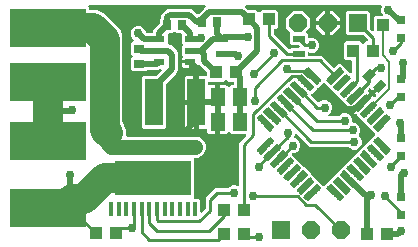
<source format=gbr>
G04 EAGLE Gerber RS-274X export*
G75*
%MOMM*%
%FSLAX34Y34*%
%LPD*%
%INTop Copper*%
%IPPOS*%
%AMOC8*
5,1,8,0,0,1.08239X$1,22.5*%
G01*
%ADD10R,1.000000X0.500000*%
%ADD11C,0.137500*%
%ADD12R,1.498600X3.987800*%
%ADD13R,0.304800X1.254900*%
%ADD14R,6.502400X2.870200*%
%ADD15R,0.896100X0.517200*%
%ADD16R,1.524000X1.524000*%
%ADD17P,1.649562X8X22.500000*%
%ADD18R,1.000000X1.100000*%
%ADD19R,0.800000X0.800000*%
%ADD20R,0.900000X0.700000*%
%ADD21R,0.700000X0.900000*%
%ADD22P,1.649562X8X202.500000*%
%ADD23R,6.451600X3.251200*%
%ADD24R,1.100000X1.000000*%
%ADD25R,1.000000X1.000000*%
%ADD26R,1.300000X1.500000*%
%ADD27C,0.254000*%
%ADD28C,0.756400*%
%ADD29C,2.540000*%
%ADD30C,0.508000*%
%ADD31C,1.270000*%
%ADD32C,0.200000*%

G36*
X180533Y34327D02*
X180533Y34327D01*
X180642Y34325D01*
X180673Y34334D01*
X180705Y34336D01*
X180808Y34371D01*
X180914Y34400D01*
X180941Y34417D01*
X180972Y34428D01*
X181045Y34481D01*
X181154Y34549D01*
X181186Y34585D01*
X181221Y34610D01*
X183897Y37286D01*
X183954Y37363D01*
X184019Y37434D01*
X184039Y37475D01*
X184066Y37511D01*
X184100Y37601D01*
X184142Y37688D01*
X184148Y37730D01*
X184165Y37775D01*
X184175Y37903D01*
X184189Y37992D01*
X184189Y46578D01*
X192422Y54811D01*
X202455Y54811D01*
X202550Y54824D01*
X202646Y54829D01*
X202689Y54844D01*
X202734Y54851D01*
X202822Y54890D01*
X202913Y54922D01*
X202947Y54947D01*
X202991Y54967D01*
X203089Y55050D01*
X203162Y55103D01*
X204418Y56360D01*
X206742Y57323D01*
X209258Y57323D01*
X211208Y56515D01*
X211322Y56486D01*
X211436Y56451D01*
X211459Y56451D01*
X211481Y56445D01*
X211599Y56449D01*
X211718Y56447D01*
X211740Y56453D01*
X211763Y56454D01*
X211875Y56491D01*
X211990Y56522D01*
X212009Y56534D01*
X212031Y56541D01*
X212129Y56608D01*
X212230Y56671D01*
X212245Y56687D01*
X212264Y56700D01*
X212339Y56792D01*
X212419Y56880D01*
X212429Y56900D01*
X212443Y56918D01*
X212490Y57027D01*
X212542Y57134D01*
X212545Y57155D01*
X212555Y57177D01*
X212577Y57362D01*
X212589Y57438D01*
X212589Y93493D01*
X218350Y99253D01*
X218370Y99279D01*
X218394Y99300D01*
X218454Y99392D01*
X218519Y99479D01*
X218531Y99509D01*
X218548Y99536D01*
X218580Y99641D01*
X218619Y99743D01*
X218621Y99775D01*
X218631Y99806D01*
X218632Y99915D01*
X218641Y100024D01*
X218634Y100056D01*
X218635Y100088D01*
X218605Y100193D01*
X218583Y100300D01*
X218568Y100329D01*
X218559Y100360D01*
X218502Y100453D01*
X218451Y100549D01*
X218428Y100572D01*
X218411Y100600D01*
X218330Y100673D01*
X218254Y100751D01*
X218226Y100767D01*
X218202Y100789D01*
X218104Y100836D01*
X218009Y100890D01*
X217977Y100898D01*
X217948Y100912D01*
X217859Y100926D01*
X217734Y100955D01*
X217686Y100953D01*
X217644Y100959D01*
X205948Y100959D01*
X204662Y102245D01*
X204619Y102277D01*
X204582Y102317D01*
X204507Y102362D01*
X204436Y102414D01*
X204386Y102433D01*
X204340Y102461D01*
X204255Y102483D01*
X204172Y102514D01*
X204119Y102518D01*
X204067Y102532D01*
X203979Y102529D01*
X203891Y102536D01*
X203839Y102525D01*
X203785Y102523D01*
X203701Y102496D01*
X203615Y102478D01*
X203568Y102453D01*
X203517Y102436D01*
X203444Y102387D01*
X203366Y102346D01*
X203328Y102308D01*
X203283Y102278D01*
X203234Y102217D01*
X203164Y102149D01*
X203128Y102086D01*
X203090Y102038D01*
X203033Y101940D01*
X202560Y101467D01*
X201981Y101132D01*
X201335Y100959D01*
X196499Y100959D01*
X196499Y110000D01*
X196490Y110064D01*
X196491Y110128D01*
X196470Y110202D01*
X196459Y110279D01*
X196433Y110338D01*
X196416Y110400D01*
X196375Y110466D01*
X196343Y110536D01*
X196301Y110585D01*
X196268Y110640D01*
X196210Y110691D01*
X196160Y110750D01*
X196106Y110786D01*
X196058Y110829D01*
X195989Y110862D01*
X195924Y110905D01*
X195862Y110924D01*
X195805Y110952D01*
X195735Y110962D01*
X195654Y110987D01*
X195569Y110988D01*
X195500Y110999D01*
X193500Y110999D01*
X193436Y110990D01*
X193372Y110991D01*
X193297Y110970D01*
X193221Y110959D01*
X193162Y110933D01*
X193100Y110916D01*
X193034Y110875D01*
X192964Y110843D01*
X192915Y110801D01*
X192860Y110768D01*
X192808Y110710D01*
X192750Y110660D01*
X192714Y110606D01*
X192671Y110558D01*
X192638Y110489D01*
X192595Y110424D01*
X192576Y110362D01*
X192548Y110304D01*
X192538Y110235D01*
X192513Y110154D01*
X192512Y110069D01*
X192501Y110000D01*
X192501Y100959D01*
X187665Y100959D01*
X187019Y101132D01*
X186440Y101467D01*
X185967Y101940D01*
X185632Y102519D01*
X185459Y103165D01*
X185459Y104248D01*
X185452Y104301D01*
X185454Y104355D01*
X185432Y104440D01*
X185419Y104527D01*
X185397Y104576D01*
X185384Y104628D01*
X185339Y104704D01*
X185303Y104784D01*
X185268Y104825D01*
X185241Y104871D01*
X185177Y104932D01*
X185120Y104999D01*
X185075Y105028D01*
X185036Y105065D01*
X184958Y105105D01*
X184884Y105153D01*
X184833Y105169D01*
X184785Y105193D01*
X184698Y105210D01*
X184614Y105235D01*
X184561Y105236D01*
X184508Y105246D01*
X184430Y105238D01*
X184332Y105239D01*
X184264Y105220D01*
X178399Y105220D01*
X178399Y126700D01*
X178390Y126764D01*
X178391Y126828D01*
X178370Y126902D01*
X178359Y126979D01*
X178333Y127038D01*
X178316Y127100D01*
X178275Y127166D01*
X178243Y127236D01*
X178201Y127285D01*
X178168Y127340D01*
X178110Y127391D01*
X178060Y127450D01*
X178006Y127486D01*
X177958Y127529D01*
X177889Y127562D01*
X177824Y127605D01*
X177762Y127624D01*
X177705Y127652D01*
X177635Y127662D01*
X177554Y127687D01*
X177469Y127688D01*
X177400Y127699D01*
X176399Y127699D01*
X176399Y127701D01*
X177400Y127701D01*
X177464Y127710D01*
X177528Y127709D01*
X177603Y127730D01*
X177679Y127741D01*
X177738Y127767D01*
X177800Y127784D01*
X177866Y127825D01*
X177936Y127857D01*
X177985Y127899D01*
X178040Y127932D01*
X178092Y127990D01*
X178150Y128040D01*
X178186Y128094D01*
X178229Y128142D01*
X178262Y128211D01*
X178305Y128276D01*
X178324Y128338D01*
X178352Y128396D01*
X178362Y128465D01*
X178387Y128546D01*
X178388Y128631D01*
X178399Y128700D01*
X178399Y150180D01*
X184359Y150180D01*
X184361Y150179D01*
X184424Y150189D01*
X184488Y150188D01*
X184563Y150208D01*
X184640Y150219D01*
X184698Y150246D01*
X184760Y150263D01*
X184826Y150304D01*
X184897Y150336D01*
X184945Y150377D01*
X185000Y150411D01*
X185052Y150469D01*
X185111Y150519D01*
X185146Y150573D01*
X185189Y150620D01*
X185223Y150690D01*
X185265Y150755D01*
X185284Y150817D01*
X185312Y150874D01*
X185323Y150944D01*
X185347Y151025D01*
X185348Y151110D01*
X185359Y151179D01*
X185359Y152942D01*
X185346Y153037D01*
X185341Y153133D01*
X185326Y153176D01*
X185319Y153221D01*
X185280Y153308D01*
X185248Y153399D01*
X185223Y153434D01*
X185203Y153478D01*
X185120Y153575D01*
X185067Y153648D01*
X180413Y158302D01*
X179657Y159058D01*
X179622Y159084D01*
X179594Y159116D01*
X179510Y159168D01*
X179431Y159227D01*
X179391Y159242D01*
X179355Y159265D01*
X179259Y159292D01*
X179167Y159327D01*
X179124Y159330D01*
X179083Y159342D01*
X178984Y159341D01*
X178886Y159349D01*
X178844Y159340D01*
X178801Y159340D01*
X178707Y159311D01*
X178610Y159291D01*
X178572Y159271D01*
X178531Y159259D01*
X178448Y159205D01*
X178361Y159159D01*
X178330Y159129D01*
X178294Y159105D01*
X178230Y159031D01*
X178159Y158962D01*
X178138Y158924D01*
X178110Y158892D01*
X178075Y158814D01*
X178020Y158716D01*
X178006Y158658D01*
X177985Y158610D01*
X177938Y158433D01*
X177603Y157854D01*
X177130Y157381D01*
X176551Y157046D01*
X175905Y156873D01*
X172382Y156873D01*
X172382Y161707D01*
X172373Y161770D01*
X172374Y161835D01*
X172353Y161909D01*
X172342Y161986D01*
X172316Y162044D01*
X172298Y162106D01*
X172258Y162172D01*
X172226Y162243D01*
X172184Y162292D01*
X172150Y162346D01*
X172093Y162398D01*
X172042Y162457D01*
X171989Y162492D01*
X171941Y162535D01*
X171871Y162569D01*
X171806Y162612D01*
X171745Y162630D01*
X171727Y162639D01*
X171712Y162693D01*
X171671Y162759D01*
X171640Y162829D01*
X171598Y162878D01*
X171564Y162933D01*
X171506Y162985D01*
X171456Y163043D01*
X171402Y163079D01*
X171355Y163122D01*
X171285Y163155D01*
X171220Y163198D01*
X171159Y163217D01*
X171101Y163245D01*
X171031Y163256D01*
X170950Y163280D01*
X170866Y163281D01*
X170796Y163292D01*
X164068Y163292D01*
X164068Y164921D01*
X164241Y165567D01*
X164635Y166248D01*
X164663Y166317D01*
X164700Y166382D01*
X164715Y166448D01*
X164740Y166509D01*
X164747Y166584D01*
X164764Y166657D01*
X164761Y166724D01*
X164768Y166790D01*
X164754Y166864D01*
X164750Y166939D01*
X164728Y167002D01*
X164716Y167067D01*
X164682Y167134D01*
X164658Y167205D01*
X164621Y167255D01*
X164589Y167319D01*
X164522Y167391D01*
X164476Y167454D01*
X164068Y167862D01*
X164068Y175138D01*
X164473Y175543D01*
X164512Y175595D01*
X164558Y175640D01*
X164596Y175707D01*
X164643Y175769D01*
X164665Y175829D01*
X164697Y175885D01*
X164715Y175960D01*
X164742Y176033D01*
X164747Y176097D01*
X164762Y176159D01*
X164758Y176237D01*
X164764Y176314D01*
X164751Y176377D01*
X164748Y176441D01*
X164722Y176514D01*
X164706Y176590D01*
X164676Y176647D01*
X164655Y176708D01*
X164614Y176764D01*
X164574Y176839D01*
X164515Y176900D01*
X164473Y176957D01*
X164068Y177362D01*
X164068Y184960D01*
X164059Y185024D01*
X164060Y185088D01*
X164039Y185163D01*
X164028Y185239D01*
X164002Y185298D01*
X163985Y185360D01*
X163944Y185426D01*
X163912Y185496D01*
X163870Y185545D01*
X163837Y185600D01*
X163779Y185652D01*
X163729Y185710D01*
X163675Y185746D01*
X163627Y185789D01*
X163558Y185822D01*
X163493Y185865D01*
X163431Y185884D01*
X163374Y185912D01*
X163304Y185923D01*
X163223Y185947D01*
X163138Y185948D01*
X163069Y185959D01*
X159948Y185959D01*
X158707Y187200D01*
X158655Y187239D01*
X158610Y187285D01*
X158543Y187323D01*
X158481Y187370D01*
X158421Y187392D01*
X158365Y187424D01*
X158290Y187442D01*
X158217Y187469D01*
X158153Y187474D01*
X158090Y187489D01*
X158013Y187485D01*
X157936Y187491D01*
X157873Y187478D01*
X157809Y187474D01*
X157736Y187449D01*
X157660Y187433D01*
X157603Y187403D01*
X157542Y187382D01*
X157486Y187341D01*
X157411Y187301D01*
X157350Y187242D01*
X157293Y187200D01*
X156052Y185959D01*
X153131Y185959D01*
X153067Y185950D01*
X153003Y185951D01*
X152928Y185930D01*
X152852Y185919D01*
X152793Y185893D01*
X152731Y185876D01*
X152665Y185835D01*
X152595Y185803D01*
X152546Y185761D01*
X152491Y185728D01*
X152439Y185670D01*
X152381Y185620D01*
X152345Y185566D01*
X152302Y185518D01*
X152269Y185449D01*
X152226Y185384D01*
X152207Y185322D01*
X152179Y185265D01*
X152168Y185195D01*
X152144Y185114D01*
X152143Y185029D01*
X152132Y184960D01*
X152132Y177580D01*
X152141Y177516D01*
X152140Y177452D01*
X152161Y177377D01*
X152172Y177301D01*
X152198Y177242D01*
X152215Y177180D01*
X152256Y177114D01*
X152288Y177044D01*
X152330Y176995D01*
X152363Y176940D01*
X152421Y176888D01*
X152471Y176830D01*
X152525Y176794D01*
X152573Y176751D01*
X152642Y176718D01*
X152707Y176675D01*
X152769Y176656D01*
X152826Y176628D01*
X152896Y176617D01*
X152977Y176593D01*
X153062Y176592D01*
X153131Y176581D01*
X153511Y176581D01*
X155378Y175807D01*
X160307Y170878D01*
X161081Y169011D01*
X161081Y154989D01*
X160307Y153122D01*
X158738Y151552D01*
X158737Y151552D01*
X150726Y143541D01*
X150669Y143464D01*
X150604Y143393D01*
X150584Y143352D01*
X150557Y143316D01*
X150523Y143226D01*
X150481Y143139D01*
X150475Y143097D01*
X150458Y143052D01*
X150448Y142924D01*
X150434Y142835D01*
X150434Y106709D01*
X148945Y105220D01*
X131855Y105220D01*
X130366Y106709D01*
X130366Y148691D01*
X131855Y150180D01*
X142581Y150180D01*
X142676Y150193D01*
X142772Y150198D01*
X142815Y150213D01*
X142860Y150220D01*
X142947Y150259D01*
X143038Y150291D01*
X143073Y150316D01*
X143117Y150336D01*
X143214Y150419D01*
X143287Y150472D01*
X146737Y153922D01*
X146789Y153991D01*
X146848Y154055D01*
X146873Y154104D01*
X146906Y154147D01*
X146937Y154229D01*
X146976Y154306D01*
X146986Y154360D01*
X147005Y154411D01*
X147012Y154498D01*
X147028Y154583D01*
X147023Y154638D01*
X147027Y154692D01*
X147009Y154777D01*
X147001Y154864D01*
X146981Y154915D01*
X146970Y154969D01*
X146929Y155045D01*
X146897Y155126D01*
X146863Y155169D01*
X146837Y155218D01*
X146777Y155280D01*
X146723Y155348D01*
X146679Y155380D01*
X146640Y155420D01*
X146565Y155462D01*
X146494Y155513D01*
X146443Y155532D01*
X146395Y155559D01*
X146310Y155579D01*
X146229Y155608D01*
X146174Y155611D01*
X146121Y155624D01*
X146034Y155619D01*
X145947Y155624D01*
X145898Y155612D01*
X145839Y155609D01*
X145731Y155572D01*
X145648Y155552D01*
X144121Y154919D01*
X134926Y154919D01*
X134831Y154906D01*
X134735Y154901D01*
X134692Y154886D01*
X134647Y154879D01*
X134560Y154840D01*
X134469Y154808D01*
X134434Y154783D01*
X134390Y154763D01*
X134293Y154680D01*
X134220Y154627D01*
X133552Y153959D01*
X122448Y153959D01*
X120959Y155448D01*
X120959Y164552D01*
X122200Y165793D01*
X122239Y165845D01*
X122285Y165890D01*
X122323Y165957D01*
X122370Y166019D01*
X122392Y166079D01*
X122424Y166135D01*
X122442Y166210D01*
X122469Y166283D01*
X122474Y166347D01*
X122489Y166410D01*
X122485Y166487D01*
X122491Y166564D01*
X122478Y166627D01*
X122474Y166691D01*
X122449Y166764D01*
X122433Y166840D01*
X122403Y166897D01*
X122382Y166958D01*
X122341Y167014D01*
X122301Y167089D01*
X122242Y167150D01*
X122200Y167207D01*
X120959Y168448D01*
X120959Y177552D01*
X122448Y179041D01*
X122605Y179041D01*
X122637Y179045D01*
X122669Y179043D01*
X122776Y179065D01*
X122884Y179081D01*
X122914Y179094D01*
X122945Y179100D01*
X123042Y179152D01*
X123141Y179197D01*
X123166Y179218D01*
X123194Y179233D01*
X123273Y179309D01*
X123356Y179380D01*
X123373Y179407D01*
X123396Y179430D01*
X123450Y179525D01*
X123510Y179616D01*
X123520Y179647D01*
X123535Y179675D01*
X123561Y179781D01*
X123592Y179886D01*
X123593Y179918D01*
X123600Y179949D01*
X123595Y180059D01*
X123596Y180168D01*
X123588Y180199D01*
X123586Y180231D01*
X123550Y180334D01*
X123521Y180440D01*
X123504Y180467D01*
X123494Y180498D01*
X123440Y180571D01*
X123373Y180680D01*
X123337Y180712D01*
X123312Y180747D01*
X121640Y182418D01*
X120677Y184742D01*
X120677Y187258D01*
X121640Y189582D01*
X123418Y191360D01*
X125742Y192323D01*
X128258Y192323D01*
X130582Y191360D01*
X132360Y189582D01*
X133327Y187248D01*
X133336Y187181D01*
X133341Y187085D01*
X133356Y187042D01*
X133363Y186997D01*
X133402Y186910D01*
X133434Y186819D01*
X133459Y186784D01*
X133479Y186740D01*
X133562Y186643D01*
X133615Y186570D01*
X133812Y186373D01*
X133889Y186316D01*
X133960Y186251D01*
X134001Y186231D01*
X134037Y186204D01*
X134127Y186170D01*
X134214Y186128D01*
X134256Y186122D01*
X134301Y186105D01*
X134429Y186095D01*
X134518Y186081D01*
X139031Y186081D01*
X139094Y186090D01*
X139158Y186089D01*
X139233Y186110D01*
X139310Y186121D01*
X139368Y186147D01*
X139430Y186164D01*
X139496Y186205D01*
X139567Y186237D01*
X139615Y186279D01*
X139670Y186312D01*
X139722Y186370D01*
X139781Y186420D01*
X139816Y186474D01*
X139859Y186522D01*
X139893Y186591D01*
X139935Y186656D01*
X139954Y186718D01*
X139982Y186775D01*
X139993Y186845D01*
X140018Y186926D01*
X140019Y187011D01*
X140030Y187080D01*
X140030Y187621D01*
X140803Y189489D01*
X145167Y193852D01*
X145224Y193929D01*
X145289Y194000D01*
X145309Y194041D01*
X145336Y194077D01*
X145370Y194167D01*
X145412Y194254D01*
X145418Y194296D01*
X145435Y194341D01*
X145445Y194469D01*
X145459Y194558D01*
X145459Y198552D01*
X146127Y199220D01*
X146184Y199297D01*
X146249Y199368D01*
X146269Y199409D01*
X146296Y199445D01*
X146330Y199535D01*
X146372Y199622D01*
X146378Y199664D01*
X146395Y199709D01*
X146405Y199837D01*
X146419Y199926D01*
X146419Y200511D01*
X147193Y202378D01*
X151122Y206307D01*
X152989Y207081D01*
X171011Y207081D01*
X172878Y206307D01*
X176452Y202733D01*
X176529Y202676D01*
X176600Y202611D01*
X176641Y202591D01*
X176677Y202564D01*
X176767Y202530D01*
X176854Y202488D01*
X176896Y202482D01*
X176941Y202465D01*
X177069Y202455D01*
X177158Y202441D01*
X177842Y202441D01*
X177937Y202454D01*
X178033Y202459D01*
X178076Y202474D01*
X178121Y202481D01*
X178208Y202520D01*
X178299Y202552D01*
X178334Y202577D01*
X178378Y202597D01*
X178475Y202680D01*
X178548Y202733D01*
X182552Y206737D01*
X183948Y208133D01*
X183968Y208159D01*
X183992Y208180D01*
X184052Y208272D01*
X184117Y208359D01*
X184129Y208389D01*
X184147Y208416D01*
X184179Y208521D01*
X184217Y208623D01*
X184220Y208655D01*
X184229Y208686D01*
X184230Y208795D01*
X184239Y208904D01*
X184232Y208936D01*
X184233Y208968D01*
X184204Y209073D01*
X184181Y209180D01*
X184166Y209209D01*
X184157Y209240D01*
X184100Y209333D01*
X184049Y209429D01*
X184026Y209452D01*
X184009Y209480D01*
X183928Y209553D01*
X183852Y209631D01*
X183824Y209647D01*
X183800Y209669D01*
X183702Y209716D01*
X183607Y209770D01*
X183575Y209778D01*
X183546Y209792D01*
X183457Y209806D01*
X183332Y209835D01*
X183284Y209833D01*
X183242Y209839D01*
X85980Y209839D01*
X85948Y209835D01*
X85916Y209837D01*
X85809Y209815D01*
X85701Y209799D01*
X85672Y209786D01*
X85640Y209780D01*
X85544Y209728D01*
X85444Y209683D01*
X85420Y209662D01*
X85391Y209647D01*
X85313Y209571D01*
X85230Y209500D01*
X85212Y209473D01*
X85189Y209450D01*
X85135Y209356D01*
X85075Y209264D01*
X85066Y209233D01*
X85050Y209205D01*
X85025Y209099D01*
X84993Y208994D01*
X84993Y208962D01*
X84985Y208931D01*
X84991Y208821D01*
X84989Y208712D01*
X84998Y208681D01*
X84999Y208649D01*
X85035Y208546D01*
X85064Y208440D01*
X85081Y208413D01*
X85092Y208382D01*
X85145Y208309D01*
X85213Y208200D01*
X85249Y208168D01*
X85274Y208133D01*
X85599Y207808D01*
X85599Y206740D01*
X85608Y206676D01*
X85607Y206612D01*
X85628Y206537D01*
X85639Y206461D01*
X85665Y206402D01*
X85682Y206340D01*
X85723Y206274D01*
X85755Y206204D01*
X85797Y206155D01*
X85830Y206100D01*
X85888Y206048D01*
X85938Y205990D01*
X85992Y205954D01*
X86040Y205911D01*
X86109Y205878D01*
X86174Y205835D01*
X86236Y205816D01*
X86293Y205788D01*
X86363Y205777D01*
X86444Y205753D01*
X86529Y205752D01*
X86598Y205741D01*
X91932Y205741D01*
X97533Y203420D01*
X111520Y189433D01*
X113841Y183832D01*
X113841Y111327D01*
X113854Y111232D01*
X113859Y111136D01*
X113874Y111093D01*
X113881Y111048D01*
X113920Y110960D01*
X113952Y110869D01*
X113977Y110835D01*
X113997Y110791D01*
X114080Y110693D01*
X114133Y110620D01*
X114520Y110233D01*
X116841Y104632D01*
X116841Y99603D01*
X116850Y99540D01*
X116849Y99476D01*
X116870Y99401D01*
X116881Y99324D01*
X116907Y99266D01*
X116924Y99204D01*
X116965Y99138D01*
X116997Y99067D01*
X117039Y99019D01*
X117072Y98964D01*
X117130Y98912D01*
X117180Y98853D01*
X117234Y98818D01*
X117282Y98775D01*
X117351Y98741D01*
X117416Y98699D01*
X117478Y98680D01*
X117535Y98652D01*
X117605Y98641D01*
X117686Y98616D01*
X117771Y98615D01*
X117840Y98604D01*
X177219Y98604D01*
X177257Y98594D01*
X177295Y98576D01*
X177380Y98563D01*
X177490Y98535D01*
X177549Y98537D01*
X177600Y98529D01*
X178026Y98529D01*
X178328Y98227D01*
X178362Y98202D01*
X178389Y98171D01*
X178463Y98126D01*
X178554Y98058D01*
X178609Y98037D01*
X178652Y98010D01*
X180486Y97251D01*
X182987Y94750D01*
X184341Y91482D01*
X184341Y87945D01*
X182987Y84677D01*
X180486Y82176D01*
X178652Y81417D01*
X178617Y81396D01*
X178577Y81382D01*
X178508Y81331D01*
X178410Y81273D01*
X178370Y81230D01*
X178328Y81200D01*
X178026Y80898D01*
X177600Y80898D01*
X177558Y80892D01*
X177517Y80895D01*
X177433Y80875D01*
X177320Y80858D01*
X177267Y80834D01*
X177220Y80823D01*
X175246Y80823D01*
X175214Y80818D01*
X175182Y80821D01*
X175075Y80798D01*
X174967Y80783D01*
X174937Y80770D01*
X174906Y80763D01*
X174809Y80712D01*
X174710Y80667D01*
X174685Y80646D01*
X174657Y80631D01*
X174578Y80554D01*
X174495Y80483D01*
X174478Y80456D01*
X174455Y80434D01*
X174401Y80339D01*
X174341Y80247D01*
X174331Y80216D01*
X174316Y80188D01*
X174290Y80082D01*
X174258Y79978D01*
X174258Y79945D01*
X174251Y79914D01*
X174256Y79805D01*
X174255Y79696D01*
X174263Y79665D01*
X174265Y79632D01*
X174301Y79529D01*
X174330Y79424D01*
X174347Y79396D01*
X174357Y79366D01*
X174411Y79293D01*
X174478Y79184D01*
X174514Y79151D01*
X174539Y79117D01*
X174753Y78903D01*
X174753Y48097D01*
X174464Y47808D01*
X174444Y47782D01*
X174420Y47761D01*
X174360Y47669D01*
X174294Y47582D01*
X174283Y47552D01*
X174265Y47525D01*
X174233Y47420D01*
X174195Y47318D01*
X174192Y47286D01*
X174183Y47255D01*
X174182Y47146D01*
X174173Y47037D01*
X174180Y47005D01*
X174179Y46973D01*
X174208Y46868D01*
X174231Y46761D01*
X174246Y46732D01*
X174254Y46701D01*
X174312Y46608D01*
X174363Y46512D01*
X174386Y46489D01*
X174403Y46461D01*
X174484Y46388D01*
X174560Y46310D01*
X174588Y46294D01*
X174612Y46272D01*
X174710Y46225D01*
X174805Y46171D01*
X174837Y46163D01*
X174866Y46149D01*
X174955Y46135D01*
X175080Y46106D01*
X175128Y46108D01*
X175170Y46102D01*
X178026Y46102D01*
X179515Y44613D01*
X179515Y35316D01*
X179519Y35284D01*
X179517Y35252D01*
X179539Y35145D01*
X179555Y35037D01*
X179568Y35008D01*
X179574Y34976D01*
X179626Y34880D01*
X179671Y34780D01*
X179692Y34756D01*
X179707Y34727D01*
X179783Y34649D01*
X179854Y34566D01*
X179881Y34548D01*
X179904Y34525D01*
X179999Y34471D01*
X180090Y34411D01*
X180121Y34402D01*
X180149Y34386D01*
X180255Y34361D01*
X180360Y34329D01*
X180392Y34329D01*
X180423Y34321D01*
X180533Y34327D01*
G37*
G36*
X307286Y152053D02*
X307286Y152053D01*
X307318Y152053D01*
X307423Y152082D01*
X307530Y152104D01*
X307559Y152120D01*
X307590Y152128D01*
X307683Y152186D01*
X307779Y152237D01*
X307802Y152259D01*
X307830Y152276D01*
X307903Y152357D01*
X307981Y152434D01*
X307997Y152462D01*
X308019Y152486D01*
X308066Y152584D01*
X308120Y152679D01*
X308128Y152710D01*
X308142Y152739D01*
X308156Y152829D01*
X308185Y152953D01*
X308183Y153002D01*
X308189Y153044D01*
X308189Y162160D01*
X308180Y162224D01*
X308181Y162288D01*
X308160Y162363D01*
X308149Y162439D01*
X308123Y162498D01*
X308106Y162560D01*
X308065Y162626D01*
X308033Y162696D01*
X307991Y162745D01*
X307958Y162800D01*
X307900Y162852D01*
X307850Y162910D01*
X307796Y162946D01*
X307748Y162989D01*
X307679Y163022D01*
X307614Y163065D01*
X307552Y163084D01*
X307495Y163112D01*
X307425Y163123D01*
X307344Y163147D01*
X307259Y163148D01*
X307190Y163159D01*
X302648Y163159D01*
X301159Y164648D01*
X301159Y177752D01*
X302648Y179241D01*
X314752Y179241D01*
X316493Y177500D01*
X316545Y177461D01*
X316590Y177415D01*
X316618Y177399D01*
X316639Y177380D01*
X316677Y177362D01*
X316719Y177330D01*
X316779Y177308D01*
X316835Y177276D01*
X316872Y177267D01*
X316893Y177257D01*
X316927Y177252D01*
X316983Y177231D01*
X317047Y177226D01*
X317110Y177211D01*
X317169Y177214D01*
X317197Y177210D01*
X317203Y177210D01*
X317221Y177212D01*
X317264Y177209D01*
X317327Y177222D01*
X317391Y177226D01*
X317446Y177244D01*
X317482Y177250D01*
X317502Y177259D01*
X317540Y177267D01*
X317597Y177297D01*
X317658Y177318D01*
X317697Y177347D01*
X317739Y177366D01*
X317759Y177383D01*
X317789Y177399D01*
X317850Y177458D01*
X317907Y177500D01*
X319648Y179241D01*
X320558Y179241D01*
X320590Y179245D01*
X320622Y179243D01*
X320729Y179265D01*
X320837Y179281D01*
X320866Y179294D01*
X320898Y179300D01*
X320994Y179352D01*
X321094Y179397D01*
X321118Y179418D01*
X321147Y179433D01*
X321225Y179509D01*
X321308Y179580D01*
X321326Y179607D01*
X321349Y179630D01*
X321403Y179725D01*
X321463Y179816D01*
X321472Y179847D01*
X321488Y179875D01*
X321513Y179982D01*
X321545Y180086D01*
X321545Y180118D01*
X321553Y180149D01*
X321547Y180259D01*
X321549Y180368D01*
X321540Y180399D01*
X321539Y180431D01*
X321503Y180534D01*
X321474Y180640D01*
X321457Y180667D01*
X321446Y180698D01*
X321393Y180771D01*
X321325Y180880D01*
X321289Y180912D01*
X321264Y180947D01*
X317864Y184347D01*
X317787Y184404D01*
X317716Y184469D01*
X317675Y184489D01*
X317639Y184516D01*
X317549Y184550D01*
X317462Y184592D01*
X317420Y184598D01*
X317375Y184615D01*
X317247Y184625D01*
X317158Y184639D01*
X304128Y184639D01*
X302639Y186128D01*
X302639Y203472D01*
X304128Y204961D01*
X321472Y204961D01*
X322961Y203472D01*
X322961Y190442D01*
X322974Y190347D01*
X322979Y190251D01*
X322994Y190208D01*
X323001Y190163D01*
X323040Y190076D01*
X323072Y189985D01*
X323097Y189950D01*
X323117Y189906D01*
X323200Y189809D01*
X323253Y189736D01*
X324753Y188236D01*
X324779Y188216D01*
X324800Y188192D01*
X324892Y188132D01*
X324979Y188066D01*
X325009Y188055D01*
X325036Y188037D01*
X325141Y188005D01*
X325243Y187967D01*
X325275Y187964D01*
X325306Y187955D01*
X325415Y187954D01*
X325524Y187945D01*
X325556Y187952D01*
X325588Y187951D01*
X325693Y187980D01*
X325800Y188003D01*
X325829Y188018D01*
X325860Y188026D01*
X325953Y188084D01*
X326049Y188135D01*
X326072Y188158D01*
X326100Y188175D01*
X326173Y188256D01*
X326251Y188332D01*
X326267Y188360D01*
X326289Y188384D01*
X326336Y188482D01*
X326390Y188577D01*
X326398Y188609D01*
X326412Y188638D01*
X326426Y188727D01*
X326455Y188852D01*
X326453Y188900D01*
X326459Y188942D01*
X326459Y199052D01*
X327948Y200541D01*
X333163Y200541D01*
X333195Y200545D01*
X333227Y200543D01*
X333334Y200565D01*
X333442Y200581D01*
X333472Y200594D01*
X333503Y200600D01*
X333600Y200652D01*
X333699Y200697D01*
X333724Y200718D01*
X333752Y200733D01*
X333831Y200809D01*
X333914Y200880D01*
X333931Y200907D01*
X333954Y200930D01*
X334008Y201025D01*
X334068Y201116D01*
X334078Y201147D01*
X334093Y201175D01*
X334119Y201281D01*
X334150Y201386D01*
X334151Y201418D01*
X334158Y201450D01*
X334153Y201559D01*
X334154Y201668D01*
X334146Y201699D01*
X334144Y201731D01*
X334108Y201834D01*
X334079Y201940D01*
X334062Y201967D01*
X334052Y201998D01*
X333998Y202071D01*
X333931Y202180D01*
X333895Y202212D01*
X333870Y202247D01*
X333640Y202476D01*
X332677Y204800D01*
X332677Y207316D01*
X333150Y208458D01*
X333180Y208572D01*
X333214Y208686D01*
X333215Y208709D01*
X333220Y208731D01*
X333217Y208849D01*
X333218Y208968D01*
X333212Y208990D01*
X333211Y209013D01*
X333175Y209125D01*
X333143Y209240D01*
X333131Y209259D01*
X333124Y209281D01*
X333057Y209379D01*
X332995Y209480D01*
X332978Y209495D01*
X332965Y209514D01*
X332873Y209589D01*
X332785Y209669D01*
X332765Y209679D01*
X332747Y209693D01*
X332638Y209740D01*
X332532Y209792D01*
X332510Y209795D01*
X332488Y209805D01*
X332304Y209827D01*
X332227Y209839D01*
X218658Y209839D01*
X218626Y209835D01*
X218594Y209837D01*
X218487Y209815D01*
X218379Y209799D01*
X218350Y209786D01*
X218318Y209780D01*
X218222Y209728D01*
X218122Y209683D01*
X218098Y209662D01*
X218069Y209647D01*
X217991Y209571D01*
X217908Y209500D01*
X217890Y209473D01*
X217867Y209450D01*
X217813Y209355D01*
X217753Y209264D01*
X217744Y209233D01*
X217728Y209205D01*
X217703Y209098D01*
X217671Y208994D01*
X217671Y208962D01*
X217663Y208931D01*
X217669Y208821D01*
X217667Y208712D01*
X217676Y208681D01*
X217678Y208649D01*
X217713Y208546D01*
X217743Y208440D01*
X217759Y208413D01*
X217770Y208382D01*
X217823Y208309D01*
X217891Y208200D01*
X217927Y208168D01*
X217952Y208133D01*
X219952Y206133D01*
X220029Y206076D01*
X220100Y206011D01*
X220141Y205991D01*
X220177Y205964D01*
X220267Y205930D01*
X220354Y205888D01*
X220396Y205882D01*
X220441Y205865D01*
X220569Y205855D01*
X220658Y205841D01*
X227152Y205841D01*
X228893Y204100D01*
X228945Y204061D01*
X228990Y204015D01*
X229057Y203977D01*
X229119Y203930D01*
X229179Y203908D01*
X229235Y203876D01*
X229310Y203858D01*
X229383Y203831D01*
X229447Y203826D01*
X229509Y203811D01*
X229587Y203815D01*
X229664Y203809D01*
X229727Y203822D01*
X229791Y203825D01*
X229864Y203851D01*
X229940Y203867D01*
X229997Y203897D01*
X230058Y203918D01*
X230114Y203959D01*
X230189Y203999D01*
X230250Y204058D01*
X230307Y204100D01*
X232048Y205841D01*
X244152Y205841D01*
X245641Y204352D01*
X245641Y191248D01*
X244152Y189759D01*
X242910Y189759D01*
X242846Y189750D01*
X242782Y189751D01*
X242707Y189730D01*
X242631Y189719D01*
X242572Y189693D01*
X242510Y189676D01*
X242444Y189635D01*
X242374Y189603D01*
X242325Y189561D01*
X242270Y189528D01*
X242218Y189470D01*
X242160Y189420D01*
X242124Y189366D01*
X242081Y189318D01*
X242048Y189249D01*
X242005Y189184D01*
X241986Y189122D01*
X241958Y189065D01*
X241947Y188995D01*
X241923Y188914D01*
X241922Y188829D01*
X241911Y188760D01*
X241911Y185892D01*
X241924Y185797D01*
X241929Y185701D01*
X241944Y185658D01*
X241951Y185613D01*
X241990Y185526D01*
X242022Y185435D01*
X242047Y185400D01*
X242067Y185356D01*
X242150Y185259D01*
X242203Y185186D01*
X254436Y172953D01*
X254513Y172896D01*
X254584Y172831D01*
X254625Y172811D01*
X254661Y172784D01*
X254751Y172750D01*
X254838Y172708D01*
X254880Y172702D01*
X254925Y172685D01*
X255053Y172675D01*
X255142Y172661D01*
X255304Y172661D01*
X255399Y172674D01*
X255495Y172679D01*
X255538Y172694D01*
X255583Y172701D01*
X255670Y172740D01*
X255761Y172772D01*
X255796Y172797D01*
X255840Y172817D01*
X255937Y172900D01*
X256010Y172953D01*
X256948Y173891D01*
X262858Y173891D01*
X262890Y173895D01*
X262922Y173893D01*
X263029Y173915D01*
X263137Y173931D01*
X263166Y173944D01*
X263198Y173950D01*
X263294Y174002D01*
X263394Y174047D01*
X263418Y174068D01*
X263447Y174083D01*
X263525Y174159D01*
X263608Y174230D01*
X263626Y174257D01*
X263649Y174280D01*
X263703Y174374D01*
X263763Y174466D01*
X263772Y174497D01*
X263788Y174525D01*
X263813Y174631D01*
X263845Y174736D01*
X263845Y174768D01*
X263853Y174799D01*
X263847Y174909D01*
X263849Y175018D01*
X263840Y175049D01*
X263838Y175081D01*
X263803Y175184D01*
X263774Y175290D01*
X263757Y175317D01*
X263746Y175348D01*
X263693Y175421D01*
X263625Y175530D01*
X263589Y175562D01*
X263564Y175597D01*
X262944Y176217D01*
X262867Y176274D01*
X262796Y176339D01*
X262755Y176359D01*
X262719Y176386D01*
X262629Y176420D01*
X262542Y176462D01*
X262500Y176468D01*
X262455Y176485D01*
X262327Y176495D01*
X262238Y176509D01*
X256948Y176509D01*
X255459Y177998D01*
X255459Y185102D01*
X255687Y185330D01*
X255726Y185382D01*
X255772Y185427D01*
X255810Y185494D01*
X255856Y185556D01*
X255879Y185616D01*
X255911Y185672D01*
X255929Y185747D01*
X255956Y185820D01*
X255961Y185884D01*
X255976Y185946D01*
X255972Y186024D01*
X255978Y186101D01*
X255965Y186164D01*
X255961Y186228D01*
X255936Y186301D01*
X255920Y186377D01*
X255890Y186434D01*
X255869Y186494D01*
X255827Y186551D01*
X255788Y186626D01*
X255729Y186687D01*
X255687Y186743D01*
X251839Y190591D01*
X251839Y199009D01*
X257791Y204961D01*
X266209Y204961D01*
X272161Y199009D01*
X272161Y190591D01*
X269313Y187743D01*
X269274Y187692D01*
X269228Y187647D01*
X269190Y187580D01*
X269144Y187518D01*
X269121Y187458D01*
X269089Y187402D01*
X269071Y187326D01*
X269044Y187254D01*
X269039Y187190D01*
X269024Y187127D01*
X269028Y187050D01*
X269022Y186973D01*
X269035Y186910D01*
X269039Y186846D01*
X269064Y186773D01*
X269080Y186697D01*
X269110Y186640D01*
X269131Y186579D01*
X269172Y186523D01*
X269212Y186448D01*
X269271Y186387D01*
X269313Y186330D01*
X270541Y185102D01*
X270541Y182906D01*
X270557Y182789D01*
X270569Y182671D01*
X270577Y182650D01*
X270581Y182627D01*
X270629Y182519D01*
X270673Y182409D01*
X270687Y182391D01*
X270697Y182370D01*
X270774Y182280D01*
X270847Y182187D01*
X270865Y182173D01*
X270880Y182156D01*
X270980Y182091D01*
X271076Y182022D01*
X271097Y182014D01*
X271116Y182001D01*
X271230Y181967D01*
X271341Y181927D01*
X271364Y181926D01*
X271386Y181919D01*
X271504Y181917D01*
X271623Y181910D01*
X271644Y181916D01*
X271668Y181915D01*
X271847Y181965D01*
X271922Y181983D01*
X272742Y182323D01*
X275258Y182323D01*
X277582Y181360D01*
X279360Y179582D01*
X280323Y177258D01*
X280323Y174742D01*
X279360Y172418D01*
X277582Y170640D01*
X275258Y169677D01*
X272742Y169677D01*
X271922Y170017D01*
X271807Y170046D01*
X271694Y170081D01*
X271671Y170081D01*
X271649Y170087D01*
X271531Y170083D01*
X271412Y170085D01*
X271390Y170079D01*
X271367Y170078D01*
X271255Y170041D01*
X271140Y170010D01*
X271121Y169998D01*
X271099Y169991D01*
X271001Y169924D01*
X270900Y169861D01*
X270885Y169844D01*
X270866Y169832D01*
X270791Y169740D01*
X270711Y169652D01*
X270701Y169632D01*
X270687Y169614D01*
X270640Y169505D01*
X270588Y169398D01*
X270585Y169377D01*
X270575Y169355D01*
X270553Y169170D01*
X270541Y169094D01*
X270541Y167877D01*
X270550Y167813D01*
X270549Y167749D01*
X270570Y167674D01*
X270581Y167597D01*
X270607Y167539D01*
X270624Y167477D01*
X270665Y167411D01*
X270697Y167340D01*
X270739Y167292D01*
X270772Y167237D01*
X270830Y167185D01*
X270880Y167126D01*
X270934Y167091D01*
X270982Y167048D01*
X271051Y167014D01*
X271116Y166972D01*
X271178Y166953D01*
X271235Y166925D01*
X271305Y166914D01*
X271386Y166889D01*
X271471Y166888D01*
X271540Y166877D01*
X282426Y166877D01*
X292205Y157098D01*
X292256Y157060D01*
X292301Y157014D01*
X292369Y156976D01*
X292431Y156929D01*
X292491Y156906D01*
X292547Y156875D01*
X292622Y156857D01*
X292694Y156830D01*
X292758Y156825D01*
X292821Y156810D01*
X292899Y156814D01*
X292976Y156808D01*
X293038Y156821D01*
X293103Y156824D01*
X293176Y156850D01*
X293252Y156865D01*
X293308Y156895D01*
X293369Y156917D01*
X293426Y156958D01*
X293501Y156998D01*
X293561Y157057D01*
X293618Y157098D01*
X296333Y159813D01*
X299008Y159813D01*
X303835Y154986D01*
X303844Y154953D01*
X303855Y154877D01*
X303882Y154818D01*
X303899Y154756D01*
X303940Y154690D01*
X303971Y154620D01*
X304013Y154571D01*
X304047Y154516D01*
X304104Y154464D01*
X304155Y154405D01*
X304209Y154370D01*
X304256Y154327D01*
X304326Y154293D01*
X304391Y154251D01*
X304452Y154232D01*
X304510Y154204D01*
X304579Y154193D01*
X304649Y154172D01*
X306483Y152337D01*
X306509Y152318D01*
X306530Y152294D01*
X306622Y152234D01*
X306709Y152168D01*
X306739Y152157D01*
X306766Y152139D01*
X306871Y152107D01*
X306973Y152069D01*
X307005Y152066D01*
X307036Y152057D01*
X307145Y152055D01*
X307254Y152047D01*
X307286Y152053D01*
G37*
G36*
X284327Y56822D02*
X284327Y56822D01*
X284391Y56825D01*
X284464Y56850D01*
X284540Y56866D01*
X284597Y56896D01*
X284658Y56917D01*
X284714Y56959D01*
X284789Y56999D01*
X284850Y57058D01*
X284907Y57099D01*
X288929Y61121D01*
X288961Y61130D01*
X289038Y61141D01*
X289096Y61168D01*
X289158Y61185D01*
X289224Y61225D01*
X289294Y61257D01*
X289343Y61299D01*
X289398Y61333D01*
X289450Y61390D01*
X289509Y61441D01*
X289544Y61495D01*
X289587Y61542D01*
X289621Y61612D01*
X289663Y61677D01*
X289682Y61738D01*
X289710Y61796D01*
X289721Y61865D01*
X289742Y61935D01*
X294585Y66778D01*
X294618Y66787D01*
X294694Y66798D01*
X294753Y66824D01*
X294815Y66842D01*
X294881Y66882D01*
X294951Y66914D01*
X295000Y66956D01*
X295055Y66990D01*
X295107Y67047D01*
X295166Y67098D01*
X295201Y67151D01*
X295244Y67199D01*
X295278Y67269D01*
X295320Y67334D01*
X295339Y67395D01*
X295367Y67453D01*
X295378Y67522D01*
X295399Y67592D01*
X300242Y72435D01*
X300275Y72444D01*
X300351Y72455D01*
X300410Y72481D01*
X300472Y72498D01*
X300538Y72539D01*
X300608Y72571D01*
X300657Y72613D01*
X300712Y72647D01*
X300764Y72704D01*
X300822Y72754D01*
X300858Y72808D01*
X300901Y72856D01*
X300934Y72925D01*
X300977Y72990D01*
X300996Y73052D01*
X301024Y73110D01*
X301035Y73179D01*
X301056Y73248D01*
X305899Y78092D01*
X305931Y78101D01*
X306008Y78112D01*
X306067Y78138D01*
X306129Y78155D01*
X306195Y78196D01*
X306265Y78228D01*
X306314Y78270D01*
X306369Y78303D01*
X306420Y78361D01*
X306479Y78411D01*
X306515Y78465D01*
X306558Y78513D01*
X306591Y78582D01*
X306634Y78647D01*
X306653Y78709D01*
X306681Y78767D01*
X306691Y78836D01*
X306713Y78905D01*
X311556Y83749D01*
X311588Y83758D01*
X311665Y83769D01*
X311723Y83795D01*
X311785Y83812D01*
X311851Y83853D01*
X311922Y83885D01*
X311971Y83926D01*
X312025Y83960D01*
X312077Y84018D01*
X312136Y84068D01*
X312171Y84122D01*
X312214Y84170D01*
X312248Y84239D01*
X312291Y84304D01*
X312309Y84366D01*
X312337Y84423D01*
X312348Y84493D01*
X312369Y84562D01*
X317213Y89405D01*
X317245Y89414D01*
X317322Y89425D01*
X317380Y89452D01*
X317442Y89469D01*
X317508Y89510D01*
X317579Y89542D01*
X317627Y89583D01*
X317682Y89617D01*
X317734Y89675D01*
X317793Y89725D01*
X317828Y89779D01*
X317871Y89826D01*
X317905Y89896D01*
X317947Y89961D01*
X317966Y90022D01*
X317994Y90080D01*
X318005Y90150D01*
X318026Y90219D01*
X322870Y95062D01*
X322902Y95071D01*
X322979Y95082D01*
X323037Y95109D01*
X323099Y95126D01*
X323165Y95167D01*
X323236Y95198D01*
X323284Y95240D01*
X323339Y95274D01*
X323391Y95331D01*
X323450Y95382D01*
X323485Y95436D01*
X323528Y95483D01*
X323562Y95553D01*
X323604Y95618D01*
X323623Y95679D01*
X323651Y95737D01*
X323662Y95806D01*
X323683Y95876D01*
X327701Y99893D01*
X327739Y99945D01*
X327785Y99990D01*
X327823Y100057D01*
X327870Y100119D01*
X327893Y100179D01*
X327924Y100235D01*
X327942Y100310D01*
X327970Y100383D01*
X327974Y100447D01*
X327989Y100509D01*
X327985Y100587D01*
X327991Y100664D01*
X327978Y100727D01*
X327975Y100791D01*
X327950Y100864D01*
X327934Y100940D01*
X327904Y100997D01*
X327882Y101058D01*
X327841Y101114D01*
X327801Y101189D01*
X327742Y101250D01*
X327701Y101307D01*
X323679Y105329D01*
X323670Y105361D01*
X323659Y105438D01*
X323632Y105496D01*
X323615Y105558D01*
X323575Y105624D01*
X323543Y105694D01*
X323501Y105743D01*
X323467Y105798D01*
X323410Y105850D01*
X323359Y105909D01*
X323305Y105944D01*
X323258Y105987D01*
X323188Y106021D01*
X323123Y106063D01*
X323062Y106082D01*
X323004Y106110D01*
X322935Y106121D01*
X322865Y106142D01*
X318022Y110985D01*
X318013Y111018D01*
X318002Y111094D01*
X317976Y111153D01*
X317958Y111215D01*
X317918Y111281D01*
X317886Y111351D01*
X317844Y111400D01*
X317810Y111455D01*
X317753Y111507D01*
X317702Y111566D01*
X317649Y111601D01*
X317601Y111644D01*
X317531Y111678D01*
X317466Y111720D01*
X317405Y111739D01*
X317347Y111767D01*
X317278Y111778D01*
X317208Y111799D01*
X312385Y116622D01*
X312385Y116721D01*
X312374Y116796D01*
X312374Y116871D01*
X312355Y116935D01*
X312345Y117001D01*
X312314Y117069D01*
X312293Y117141D01*
X312256Y117197D01*
X312229Y117258D01*
X312180Y117314D01*
X312140Y117377D01*
X312089Y117421D01*
X312046Y117472D01*
X311983Y117513D01*
X311926Y117562D01*
X311870Y117587D01*
X311810Y117626D01*
X311716Y117655D01*
X311644Y117687D01*
X311627Y117691D01*
X310891Y118116D01*
X310104Y118903D01*
X317292Y126092D01*
X317330Y126143D01*
X317377Y126188D01*
X317415Y126255D01*
X317461Y126317D01*
X317484Y126377D01*
X317506Y126415D01*
X317513Y126419D01*
X317574Y126440D01*
X317630Y126482D01*
X317705Y126522D01*
X317766Y126581D01*
X317823Y126622D01*
X325011Y133810D01*
X325798Y133023D01*
X326167Y132383D01*
X326200Y132341D01*
X326226Y132294D01*
X326287Y132230D01*
X326341Y132161D01*
X326385Y132130D01*
X326422Y132091D01*
X326499Y132048D01*
X326571Y131997D01*
X326621Y131979D01*
X326668Y131952D01*
X326754Y131932D01*
X326837Y131903D01*
X326890Y131900D01*
X326942Y131888D01*
X327030Y131892D01*
X327118Y131887D01*
X327170Y131899D01*
X327224Y131902D01*
X327307Y131931D01*
X327393Y131951D01*
X327440Y131977D01*
X327490Y131994D01*
X327554Y132041D01*
X327639Y132088D01*
X327690Y132140D01*
X327739Y132176D01*
X328596Y133033D01*
X328635Y133085D01*
X328681Y133129D01*
X328719Y133197D01*
X328766Y133259D01*
X328788Y133319D01*
X328820Y133375D01*
X328838Y133450D01*
X328865Y133523D01*
X328870Y133587D01*
X328885Y133649D01*
X328881Y133727D01*
X328887Y133804D01*
X328874Y133867D01*
X328871Y133931D01*
X328845Y134004D01*
X328829Y134080D01*
X328799Y134137D01*
X328778Y134197D01*
X328737Y134254D01*
X328697Y134329D01*
X328638Y134390D01*
X328596Y134446D01*
X327855Y135188D01*
X332303Y139636D01*
X332341Y139688D01*
X332387Y139733D01*
X332425Y139800D01*
X332472Y139862D01*
X332495Y139922D01*
X332526Y139978D01*
X332544Y140053D01*
X332571Y140126D01*
X332576Y140190D01*
X332591Y140252D01*
X332587Y140330D01*
X332593Y140407D01*
X332580Y140470D01*
X332577Y140534D01*
X332551Y140607D01*
X332536Y140683D01*
X332505Y140740D01*
X332484Y140801D01*
X332443Y140857D01*
X332403Y140932D01*
X332344Y140993D01*
X332303Y141050D01*
X331242Y142110D01*
X331191Y142149D01*
X331146Y142195D01*
X331078Y142233D01*
X331016Y142280D01*
X330956Y142302D01*
X330900Y142334D01*
X330825Y142352D01*
X330753Y142379D01*
X330689Y142384D01*
X330626Y142399D01*
X330548Y142395D01*
X330471Y142401D01*
X330409Y142388D01*
X330344Y142384D01*
X330271Y142359D01*
X330195Y142343D01*
X330138Y142313D01*
X330078Y142292D01*
X330021Y142251D01*
X329946Y142211D01*
X329886Y142152D01*
X329829Y142110D01*
X325381Y137662D01*
X323894Y139149D01*
X323843Y139187D01*
X323798Y139233D01*
X323731Y139272D01*
X323669Y139318D01*
X323609Y139341D01*
X323553Y139372D01*
X323477Y139390D01*
X323405Y139418D01*
X323341Y139422D01*
X323278Y139437D01*
X323201Y139433D01*
X323124Y139439D01*
X323061Y139426D01*
X322996Y139423D01*
X322923Y139398D01*
X322847Y139382D01*
X322791Y139352D01*
X322730Y139330D01*
X322673Y139289D01*
X322598Y139249D01*
X322538Y139190D01*
X322481Y139149D01*
X321675Y138343D01*
X321643Y138300D01*
X321604Y138263D01*
X321559Y138187D01*
X321506Y138117D01*
X321487Y138067D01*
X321459Y138021D01*
X321437Y137936D01*
X321406Y137853D01*
X321402Y137800D01*
X321389Y137748D01*
X321391Y137660D01*
X321384Y137572D01*
X321395Y137520D01*
X321397Y137466D01*
X321424Y137382D01*
X321442Y137296D01*
X321467Y137249D01*
X321484Y137198D01*
X321533Y137125D01*
X321574Y137047D01*
X321612Y137009D01*
X321642Y136964D01*
X321703Y136915D01*
X321771Y136845D01*
X321834Y136809D01*
X321882Y136771D01*
X322280Y136541D01*
X323067Y135754D01*
X315879Y128566D01*
X315840Y128514D01*
X315794Y128469D01*
X315756Y128402D01*
X315710Y128340D01*
X315687Y128280D01*
X315665Y128242D01*
X315658Y128238D01*
X315597Y128217D01*
X315541Y128175D01*
X315466Y128136D01*
X315405Y128076D01*
X315348Y128035D01*
X308160Y120847D01*
X307373Y121634D01*
X306948Y122370D01*
X306944Y122387D01*
X306914Y122456D01*
X306894Y122529D01*
X306859Y122585D01*
X306833Y122647D01*
X306785Y122705D01*
X306746Y122769D01*
X306696Y122813D01*
X306654Y122865D01*
X306592Y122907D01*
X306537Y122958D01*
X306477Y122987D01*
X306421Y123024D01*
X306350Y123048D01*
X306283Y123081D01*
X306222Y123090D01*
X306154Y123113D01*
X306056Y123116D01*
X305978Y123128D01*
X305879Y123128D01*
X301051Y127956D01*
X301042Y127988D01*
X301031Y128065D01*
X301005Y128123D01*
X300988Y128185D01*
X300947Y128251D01*
X300915Y128322D01*
X300873Y128371D01*
X300840Y128425D01*
X300782Y128477D01*
X300732Y128536D01*
X300678Y128571D01*
X300630Y128614D01*
X300561Y128648D01*
X300496Y128691D01*
X300434Y128709D01*
X300377Y128737D01*
X300307Y128748D01*
X300238Y128769D01*
X295394Y133613D01*
X295386Y133645D01*
X295375Y133722D01*
X295348Y133780D01*
X295331Y133842D01*
X295290Y133908D01*
X295258Y133979D01*
X295217Y134027D01*
X295183Y134082D01*
X295125Y134134D01*
X295075Y134193D01*
X295021Y134228D01*
X294974Y134271D01*
X294904Y134305D01*
X294839Y134347D01*
X294778Y134366D01*
X294720Y134394D01*
X294650Y134405D01*
X294581Y134426D01*
X289738Y139270D01*
X289729Y139302D01*
X289718Y139379D01*
X289691Y139437D01*
X289674Y139499D01*
X289633Y139565D01*
X289602Y139636D01*
X289560Y139684D01*
X289526Y139739D01*
X289468Y139791D01*
X289418Y139850D01*
X289364Y139885D01*
X289317Y139928D01*
X289247Y139962D01*
X289182Y140004D01*
X289121Y140023D01*
X289063Y140051D01*
X288993Y140062D01*
X288924Y140083D01*
X284907Y144101D01*
X284855Y144139D01*
X284810Y144185D01*
X284743Y144224D01*
X284681Y144270D01*
X284621Y144293D01*
X284565Y144324D01*
X284490Y144342D01*
X284417Y144370D01*
X284353Y144375D01*
X284291Y144389D01*
X284213Y144385D01*
X284136Y144391D01*
X284073Y144378D01*
X284009Y144375D01*
X283936Y144350D01*
X283860Y144334D01*
X283803Y144304D01*
X283742Y144282D01*
X283686Y144241D01*
X283611Y144201D01*
X283550Y144142D01*
X283493Y144101D01*
X279471Y140079D01*
X279439Y140070D01*
X279362Y140059D01*
X279304Y140032D01*
X279242Y140015D01*
X279176Y139975D01*
X279106Y139943D01*
X279057Y139901D01*
X279002Y139867D01*
X278950Y139810D01*
X278891Y139759D01*
X278856Y139705D01*
X278813Y139658D01*
X278779Y139588D01*
X278737Y139523D01*
X278718Y139462D01*
X278690Y139404D01*
X278679Y139335D01*
X278658Y139265D01*
X273983Y134590D01*
X273944Y134539D01*
X273898Y134494D01*
X273860Y134427D01*
X273813Y134365D01*
X273791Y134304D01*
X273759Y134248D01*
X273741Y134173D01*
X273714Y134101D01*
X273709Y134037D01*
X273694Y133974D01*
X273698Y133897D01*
X273692Y133819D01*
X273705Y133757D01*
X273709Y133692D01*
X273734Y133619D01*
X273750Y133543D01*
X273780Y133487D01*
X273801Y133426D01*
X273842Y133369D01*
X273882Y133294D01*
X273941Y133234D01*
X273983Y133177D01*
X279402Y127757D01*
X279454Y127719D01*
X279499Y127673D01*
X279566Y127634D01*
X279628Y127588D01*
X279688Y127565D01*
X279744Y127534D01*
X279819Y127516D01*
X279892Y127488D01*
X279956Y127483D01*
X280019Y127469D01*
X280096Y127473D01*
X280173Y127467D01*
X280236Y127480D01*
X280300Y127483D01*
X280373Y127508D01*
X280449Y127524D01*
X280506Y127554D01*
X280567Y127576D01*
X280623Y127617D01*
X280698Y127657D01*
X280759Y127716D01*
X280816Y127757D01*
X281418Y128360D01*
X283742Y129323D01*
X286258Y129323D01*
X288582Y128360D01*
X290360Y126582D01*
X291323Y124258D01*
X291323Y121742D01*
X290360Y119418D01*
X288458Y117517D01*
X288439Y117491D01*
X288414Y117470D01*
X288354Y117378D01*
X288289Y117291D01*
X288278Y117261D01*
X288260Y117234D01*
X288228Y117129D01*
X288189Y117027D01*
X288187Y116995D01*
X288178Y116964D01*
X288176Y116855D01*
X288168Y116746D01*
X288174Y116714D01*
X288174Y116682D01*
X288203Y116577D01*
X288225Y116470D01*
X288240Y116441D01*
X288249Y116410D01*
X288306Y116317D01*
X288358Y116221D01*
X288380Y116198D01*
X288397Y116170D01*
X288478Y116097D01*
X288554Y116019D01*
X288582Y116003D01*
X288606Y115981D01*
X288705Y115934D01*
X288800Y115880D01*
X288831Y115872D01*
X288860Y115858D01*
X288949Y115844D01*
X289074Y115815D01*
X289123Y115817D01*
X289165Y115811D01*
X296455Y115811D01*
X296550Y115824D01*
X296646Y115829D01*
X296689Y115844D01*
X296734Y115851D01*
X296822Y115890D01*
X296913Y115922D01*
X296947Y115947D01*
X296991Y115967D01*
X297089Y116050D01*
X297162Y116103D01*
X298418Y117360D01*
X300742Y118323D01*
X303258Y118323D01*
X305582Y117360D01*
X307360Y115582D01*
X308323Y113258D01*
X308323Y111322D01*
X308332Y111258D01*
X308331Y111194D01*
X308352Y111119D01*
X308363Y111043D01*
X308389Y110984D01*
X308406Y110922D01*
X308447Y110856D01*
X308479Y110786D01*
X308521Y110737D01*
X308554Y110682D01*
X308612Y110630D01*
X308662Y110572D01*
X308716Y110536D01*
X308764Y110493D01*
X308833Y110460D01*
X308898Y110417D01*
X308960Y110398D01*
X309017Y110370D01*
X309087Y110359D01*
X309168Y110335D01*
X309253Y110334D01*
X309322Y110323D01*
X310258Y110323D01*
X312582Y109360D01*
X314360Y107582D01*
X315323Y105258D01*
X315323Y102742D01*
X314360Y100418D01*
X314148Y100207D01*
X314110Y100155D01*
X314064Y100110D01*
X314025Y100043D01*
X313979Y99981D01*
X313956Y99921D01*
X313925Y99865D01*
X313907Y99790D01*
X313879Y99717D01*
X313874Y99653D01*
X313860Y99591D01*
X313864Y99513D01*
X313858Y99436D01*
X313871Y99373D01*
X313874Y99309D01*
X313899Y99236D01*
X313915Y99160D01*
X313945Y99103D01*
X313967Y99042D01*
X314008Y98986D01*
X314048Y98911D01*
X314107Y98850D01*
X314148Y98793D01*
X315360Y97582D01*
X316323Y95258D01*
X316323Y92742D01*
X315360Y90418D01*
X313582Y88640D01*
X311258Y87677D01*
X308742Y87677D01*
X306418Y88640D01*
X305162Y89897D01*
X305085Y89954D01*
X305014Y90019D01*
X304973Y90039D01*
X304936Y90066D01*
X304846Y90100D01*
X304760Y90142D01*
X304718Y90148D01*
X304672Y90165D01*
X304545Y90175D01*
X304455Y90189D01*
X272251Y90189D01*
X261783Y100657D01*
X261688Y100728D01*
X261597Y100804D01*
X261576Y100813D01*
X261557Y100827D01*
X261446Y100868D01*
X261338Y100915D01*
X261315Y100918D01*
X261294Y100926D01*
X261175Y100935D01*
X261058Y100950D01*
X261035Y100946D01*
X261012Y100948D01*
X260896Y100924D01*
X260779Y100905D01*
X260759Y100895D01*
X260736Y100890D01*
X260631Y100835D01*
X260524Y100784D01*
X260507Y100769D01*
X260487Y100758D01*
X260402Y100675D01*
X260314Y100596D01*
X260302Y100578D01*
X260285Y100561D01*
X260193Y100399D01*
X260153Y100333D01*
X259340Y98370D01*
X259324Y98308D01*
X259299Y98249D01*
X259289Y98172D01*
X259270Y98097D01*
X259272Y98033D01*
X259264Y97969D01*
X259277Y97893D01*
X259279Y97815D01*
X259299Y97754D01*
X259309Y97691D01*
X259343Y97621D01*
X259367Y97547D01*
X259403Y97494D01*
X259430Y97436D01*
X259482Y97378D01*
X259525Y97314D01*
X259575Y97273D01*
X259618Y97225D01*
X259678Y97189D01*
X259743Y97135D01*
X259821Y97101D01*
X259881Y97065D01*
X261582Y96360D01*
X263360Y94582D01*
X264323Y92258D01*
X264323Y89742D01*
X263360Y87418D01*
X261582Y85640D01*
X259258Y84677D01*
X258328Y84677D01*
X258296Y84673D01*
X258264Y84675D01*
X258157Y84653D01*
X258049Y84637D01*
X258019Y84624D01*
X257988Y84618D01*
X257891Y84566D01*
X257792Y84521D01*
X257767Y84500D01*
X257739Y84485D01*
X257660Y84409D01*
X257577Y84338D01*
X257560Y84311D01*
X257537Y84288D01*
X257483Y84193D01*
X257423Y84102D01*
X257413Y84071D01*
X257398Y84043D01*
X257372Y83936D01*
X257340Y83832D01*
X257340Y83800D01*
X257333Y83769D01*
X257338Y83659D01*
X257337Y83550D01*
X257345Y83519D01*
X257347Y83487D01*
X257383Y83384D01*
X257412Y83278D01*
X257429Y83251D01*
X257439Y83220D01*
X257493Y83147D01*
X257560Y83038D01*
X257596Y83006D01*
X257621Y82971D01*
X261692Y78901D01*
X261701Y78869D01*
X261712Y78792D01*
X261738Y78733D01*
X261755Y78671D01*
X261796Y78605D01*
X261828Y78535D01*
X261870Y78486D01*
X261903Y78431D01*
X261961Y78380D01*
X262011Y78321D01*
X262065Y78285D01*
X262113Y78242D01*
X262182Y78209D01*
X262247Y78166D01*
X262309Y78147D01*
X262367Y78119D01*
X262436Y78109D01*
X262505Y78087D01*
X267349Y73244D01*
X267358Y73212D01*
X267369Y73135D01*
X267395Y73077D01*
X267412Y73015D01*
X267453Y72949D01*
X267485Y72878D01*
X267526Y72829D01*
X267560Y72775D01*
X267618Y72723D01*
X267668Y72664D01*
X267722Y72629D01*
X267770Y72586D01*
X267839Y72552D01*
X267904Y72509D01*
X267966Y72491D01*
X268023Y72463D01*
X268093Y72452D01*
X268162Y72431D01*
X273005Y67587D01*
X273014Y67555D01*
X273025Y67478D01*
X273052Y67420D01*
X273069Y67358D01*
X273110Y67292D01*
X273142Y67221D01*
X273183Y67172D01*
X273217Y67118D01*
X273275Y67066D01*
X273325Y67007D01*
X273379Y66972D01*
X273426Y66929D01*
X273496Y66895D01*
X273561Y66852D01*
X273622Y66834D01*
X273680Y66806D01*
X273750Y66795D01*
X273819Y66774D01*
X278662Y61930D01*
X278671Y61898D01*
X278682Y61821D01*
X278709Y61763D01*
X278726Y61701D01*
X278767Y61635D01*
X278798Y61564D01*
X278840Y61516D01*
X278874Y61461D01*
X278931Y61409D01*
X278982Y61350D01*
X279036Y61315D01*
X279083Y61272D01*
X279153Y61238D01*
X279218Y61196D01*
X279279Y61177D01*
X279337Y61149D01*
X279406Y61138D01*
X279476Y61117D01*
X283493Y57099D01*
X283545Y57061D01*
X283590Y57015D01*
X283657Y56976D01*
X283719Y56930D01*
X283779Y56907D01*
X283835Y56876D01*
X283910Y56858D01*
X283983Y56830D01*
X284047Y56825D01*
X284109Y56811D01*
X284187Y56815D01*
X284264Y56809D01*
X284327Y56822D01*
G37*
%LPC*%
G36*
X166366Y129699D02*
X166366Y129699D01*
X166366Y147974D01*
X166539Y148620D01*
X166874Y149199D01*
X167347Y149672D01*
X167926Y150007D01*
X168572Y150180D01*
X174401Y150180D01*
X174401Y129699D01*
X166366Y129699D01*
G37*
%LPD*%
%LPC*%
G36*
X168572Y105220D02*
X168572Y105220D01*
X167926Y105393D01*
X167347Y105728D01*
X166874Y106201D01*
X166539Y106780D01*
X166366Y107426D01*
X166366Y125701D01*
X174401Y125701D01*
X174401Y105220D01*
X168572Y105220D01*
G37*
%LPD*%
G36*
X195564Y132010D02*
X195564Y132010D01*
X195628Y132009D01*
X195703Y132030D01*
X195779Y132041D01*
X195838Y132067D01*
X195900Y132084D01*
X195966Y132125D01*
X196036Y132157D01*
X196085Y132199D01*
X196140Y132232D01*
X196192Y132290D01*
X196250Y132340D01*
X196286Y132394D01*
X196329Y132442D01*
X196362Y132511D01*
X196405Y132576D01*
X196424Y132638D01*
X196452Y132696D01*
X196462Y132765D01*
X196487Y132846D01*
X196488Y132931D01*
X196499Y133000D01*
X196499Y142041D01*
X201335Y142041D01*
X201981Y141868D01*
X202560Y141533D01*
X203033Y141060D01*
X203090Y140962D01*
X203123Y140920D01*
X203148Y140872D01*
X203209Y140809D01*
X203264Y140740D01*
X203307Y140709D01*
X203345Y140670D01*
X203422Y140627D01*
X203493Y140576D01*
X203543Y140558D01*
X203590Y140531D01*
X203676Y140511D01*
X203759Y140482D01*
X203812Y140479D01*
X203865Y140466D01*
X203953Y140471D01*
X204040Y140466D01*
X204093Y140478D01*
X204146Y140481D01*
X204229Y140509D01*
X204315Y140529D01*
X204362Y140556D01*
X204413Y140573D01*
X204476Y140619D01*
X204561Y140667D01*
X204612Y140719D01*
X204662Y140755D01*
X205948Y142041D01*
X207420Y142041D01*
X207484Y142050D01*
X207548Y142049D01*
X207623Y142070D01*
X207699Y142081D01*
X207758Y142107D01*
X207820Y142124D01*
X207886Y142165D01*
X207956Y142197D01*
X208005Y142239D01*
X208060Y142272D01*
X208112Y142330D01*
X208170Y142380D01*
X208206Y142434D01*
X208249Y142482D01*
X208282Y142551D01*
X208325Y142616D01*
X208344Y142678D01*
X208372Y142735D01*
X208383Y142805D01*
X208407Y142886D01*
X208408Y142971D01*
X208419Y143040D01*
X208419Y143960D01*
X208410Y144024D01*
X208411Y144088D01*
X208390Y144163D01*
X208379Y144239D01*
X208353Y144298D01*
X208336Y144360D01*
X208295Y144426D01*
X208263Y144496D01*
X208221Y144545D01*
X208188Y144600D01*
X208130Y144652D01*
X208080Y144710D01*
X208026Y144746D01*
X207978Y144789D01*
X207909Y144822D01*
X207844Y144865D01*
X207782Y144884D01*
X207725Y144912D01*
X207655Y144923D01*
X207574Y144947D01*
X207489Y144948D01*
X207420Y144959D01*
X203848Y144959D01*
X202107Y146700D01*
X202055Y146739D01*
X202010Y146785D01*
X201943Y146823D01*
X201881Y146870D01*
X201821Y146892D01*
X201765Y146924D01*
X201690Y146942D01*
X201617Y146969D01*
X201553Y146974D01*
X201491Y146989D01*
X201413Y146985D01*
X201336Y146991D01*
X201273Y146978D01*
X201209Y146975D01*
X201136Y146949D01*
X201060Y146933D01*
X201003Y146903D01*
X200942Y146882D01*
X200886Y146841D01*
X200811Y146801D01*
X200750Y146742D01*
X200693Y146700D01*
X198952Y144959D01*
X187433Y144959D01*
X187369Y144950D01*
X187305Y144951D01*
X187230Y144930D01*
X187154Y144919D01*
X187095Y144893D01*
X187033Y144876D01*
X186967Y144835D01*
X186897Y144803D01*
X186848Y144761D01*
X186793Y144728D01*
X186741Y144670D01*
X186683Y144620D01*
X186647Y144566D01*
X186604Y144518D01*
X186571Y144449D01*
X186528Y144384D01*
X186509Y144322D01*
X186481Y144265D01*
X186470Y144195D01*
X186446Y144114D01*
X186445Y144029D01*
X186434Y143960D01*
X186434Y143013D01*
X186441Y142960D01*
X186439Y142906D01*
X186461Y142821D01*
X186474Y142734D01*
X186496Y142685D01*
X186509Y142633D01*
X186554Y142557D01*
X186590Y142477D01*
X186625Y142436D01*
X186652Y142390D01*
X186716Y142329D01*
X186773Y142262D01*
X186818Y142233D01*
X186857Y142196D01*
X186935Y142156D01*
X187009Y142108D01*
X187060Y142092D01*
X187108Y142068D01*
X187195Y142051D01*
X187279Y142026D01*
X187332Y142025D01*
X187385Y142015D01*
X187463Y142023D01*
X187561Y142022D01*
X187629Y142041D01*
X192501Y142041D01*
X192501Y133000D01*
X192510Y132936D01*
X192509Y132872D01*
X192530Y132798D01*
X192541Y132721D01*
X192567Y132662D01*
X192584Y132600D01*
X192625Y132534D01*
X192657Y132464D01*
X192699Y132415D01*
X192732Y132360D01*
X192790Y132309D01*
X192840Y132250D01*
X192894Y132214D01*
X192942Y132171D01*
X193011Y132138D01*
X193076Y132095D01*
X193138Y132076D01*
X193195Y132048D01*
X193265Y132038D01*
X193346Y132013D01*
X193431Y132012D01*
X193500Y132001D01*
X195500Y132001D01*
X195564Y132010D01*
G37*
G36*
X195564Y111010D02*
X195564Y111010D01*
X195628Y111009D01*
X195703Y111030D01*
X195779Y111041D01*
X195838Y111067D01*
X195900Y111084D01*
X195966Y111125D01*
X196036Y111157D01*
X196085Y111199D01*
X196140Y111232D01*
X196192Y111290D01*
X196250Y111340D01*
X196286Y111394D01*
X196329Y111442D01*
X196362Y111511D01*
X196405Y111576D01*
X196424Y111638D01*
X196452Y111696D01*
X196462Y111765D01*
X196487Y111846D01*
X196488Y111931D01*
X196499Y112000D01*
X196499Y131000D01*
X196490Y131064D01*
X196491Y131128D01*
X196470Y131202D01*
X196459Y131279D01*
X196433Y131338D01*
X196416Y131400D01*
X196375Y131466D01*
X196343Y131536D01*
X196301Y131585D01*
X196268Y131640D01*
X196210Y131691D01*
X196160Y131750D01*
X196106Y131786D01*
X196058Y131829D01*
X195989Y131862D01*
X195924Y131905D01*
X195862Y131924D01*
X195805Y131952D01*
X195735Y131962D01*
X195654Y131987D01*
X195569Y131988D01*
X195500Y131999D01*
X193500Y131999D01*
X193436Y131990D01*
X193372Y131991D01*
X193297Y131970D01*
X193221Y131959D01*
X193162Y131933D01*
X193100Y131916D01*
X193034Y131875D01*
X192964Y131843D01*
X192915Y131801D01*
X192860Y131768D01*
X192808Y131710D01*
X192750Y131660D01*
X192714Y131606D01*
X192671Y131558D01*
X192638Y131489D01*
X192595Y131424D01*
X192576Y131362D01*
X192548Y131304D01*
X192538Y131235D01*
X192513Y131154D01*
X192512Y131069D01*
X192501Y131000D01*
X192501Y112000D01*
X192510Y111936D01*
X192509Y111872D01*
X192530Y111797D01*
X192541Y111721D01*
X192567Y111662D01*
X192584Y111600D01*
X192625Y111534D01*
X192657Y111464D01*
X192699Y111415D01*
X192732Y111360D01*
X192790Y111309D01*
X192840Y111250D01*
X192894Y111214D01*
X192942Y111171D01*
X193011Y111138D01*
X193076Y111095D01*
X193138Y111076D01*
X193195Y111048D01*
X193265Y111038D01*
X193346Y111013D01*
X193431Y111012D01*
X193500Y111001D01*
X195500Y111001D01*
X195564Y111010D01*
G37*
%LPC*%
G36*
X289399Y196799D02*
X289399Y196799D01*
X289399Y204961D01*
X291609Y204961D01*
X297561Y199009D01*
X297561Y196799D01*
X289399Y196799D01*
G37*
%LPD*%
%LPC*%
G36*
X277239Y196799D02*
X277239Y196799D01*
X277239Y199009D01*
X283191Y204961D01*
X285401Y204961D01*
X285401Y196799D01*
X277239Y196799D01*
G37*
%LPD*%
%LPC*%
G36*
X289399Y184639D02*
X289399Y184639D01*
X289399Y192801D01*
X297561Y192801D01*
X297561Y190591D01*
X291609Y184639D01*
X289399Y184639D01*
G37*
%LPD*%
%LPC*%
G36*
X283191Y184639D02*
X283191Y184639D01*
X277239Y190591D01*
X277239Y192801D01*
X285401Y192801D01*
X285401Y184639D01*
X283191Y184639D01*
G37*
%LPD*%
%LPC*%
G36*
X166274Y156873D02*
X166274Y156873D01*
X165628Y157046D01*
X165049Y157381D01*
X164576Y157854D01*
X164241Y158433D01*
X164068Y159079D01*
X164068Y160708D01*
X169797Y160708D01*
X169797Y156873D01*
X166274Y156873D01*
G37*
%LPD*%
%LPC*%
G36*
X287399Y194799D02*
X287399Y194799D01*
X287399Y194801D01*
X287401Y194801D01*
X287401Y194799D01*
X287399Y194799D01*
G37*
%LPD*%
D10*
X263000Y168850D03*
X263000Y181550D03*
X198200Y181550D03*
X198200Y168850D03*
D11*
X241473Y94554D02*
X231132Y84213D01*
X228215Y87130D01*
X238556Y97471D01*
X241473Y94554D01*
X232438Y85519D02*
X229826Y85519D01*
X228520Y86825D02*
X233744Y86825D01*
X235050Y88131D02*
X229216Y88131D01*
X230522Y89437D02*
X236356Y89437D01*
X237662Y90743D02*
X231828Y90743D01*
X233134Y92049D02*
X238968Y92049D01*
X240274Y93355D02*
X234440Y93355D01*
X235746Y94661D02*
X241366Y94661D01*
X240060Y95967D02*
X237052Y95967D01*
X238358Y97273D02*
X238754Y97273D01*
X247130Y88897D02*
X236789Y78556D01*
X233872Y81473D01*
X244213Y91814D01*
X247130Y88897D01*
X238095Y79862D02*
X235483Y79862D01*
X234177Y81168D02*
X239401Y81168D01*
X240707Y82474D02*
X234873Y82474D01*
X236179Y83780D02*
X242013Y83780D01*
X243319Y85086D02*
X237485Y85086D01*
X238791Y86392D02*
X244625Y86392D01*
X245931Y87698D02*
X240097Y87698D01*
X241403Y89004D02*
X247023Y89004D01*
X245717Y90310D02*
X242709Y90310D01*
X244015Y91616D02*
X244411Y91616D01*
X252787Y83240D02*
X242446Y72899D01*
X239529Y75816D01*
X249870Y86157D01*
X252787Y83240D01*
X243752Y74205D02*
X241140Y74205D01*
X239834Y75511D02*
X245058Y75511D01*
X246364Y76817D02*
X240530Y76817D01*
X241836Y78123D02*
X247670Y78123D01*
X248976Y79429D02*
X243142Y79429D01*
X244448Y80735D02*
X250282Y80735D01*
X251588Y82041D02*
X245754Y82041D01*
X247060Y83347D02*
X252680Y83347D01*
X251374Y84653D02*
X248366Y84653D01*
X249672Y85959D02*
X250068Y85959D01*
X258444Y77583D02*
X248103Y67242D01*
X245186Y70159D01*
X255527Y80500D01*
X258444Y77583D01*
X249409Y68548D02*
X246797Y68548D01*
X245491Y69854D02*
X250715Y69854D01*
X252021Y71160D02*
X246187Y71160D01*
X247493Y72466D02*
X253327Y72466D01*
X254633Y73772D02*
X248799Y73772D01*
X250105Y75078D02*
X255939Y75078D01*
X257245Y76384D02*
X251411Y76384D01*
X252717Y77690D02*
X258337Y77690D01*
X257031Y78996D02*
X254023Y78996D01*
X255329Y80302D02*
X255725Y80302D01*
X264100Y71927D02*
X253759Y61586D01*
X250842Y64503D01*
X261183Y74844D01*
X264100Y71927D01*
X255065Y62892D02*
X252453Y62892D01*
X251147Y64198D02*
X256371Y64198D01*
X257677Y65504D02*
X251843Y65504D01*
X253149Y66810D02*
X258983Y66810D01*
X260289Y68116D02*
X254455Y68116D01*
X255761Y69422D02*
X261595Y69422D01*
X262901Y70728D02*
X257067Y70728D01*
X258373Y72034D02*
X263993Y72034D01*
X262687Y73340D02*
X259679Y73340D01*
X260985Y74646D02*
X261381Y74646D01*
X269757Y66270D02*
X259416Y55929D01*
X256499Y58846D01*
X266840Y69187D01*
X269757Y66270D01*
X260722Y57235D02*
X258110Y57235D01*
X256804Y58541D02*
X262028Y58541D01*
X263334Y59847D02*
X257500Y59847D01*
X258806Y61153D02*
X264640Y61153D01*
X265946Y62459D02*
X260112Y62459D01*
X261418Y63765D02*
X267252Y63765D01*
X268558Y65071D02*
X262724Y65071D01*
X264030Y66377D02*
X269650Y66377D01*
X268344Y67683D02*
X265336Y67683D01*
X266642Y68989D02*
X267038Y68989D01*
X275414Y60613D02*
X265073Y50272D01*
X262156Y53189D01*
X272497Y63530D01*
X275414Y60613D01*
X266379Y51578D02*
X263767Y51578D01*
X262461Y52884D02*
X267685Y52884D01*
X268991Y54190D02*
X263157Y54190D01*
X264463Y55496D02*
X270297Y55496D01*
X271603Y56802D02*
X265769Y56802D01*
X267075Y58108D02*
X272909Y58108D01*
X274215Y59414D02*
X268381Y59414D01*
X269687Y60720D02*
X275307Y60720D01*
X274001Y62026D02*
X270993Y62026D01*
X272299Y63332D02*
X272695Y63332D01*
X281071Y54956D02*
X270730Y44615D01*
X267813Y47532D01*
X278154Y57873D01*
X281071Y54956D01*
X272036Y45921D02*
X269424Y45921D01*
X268118Y47227D02*
X273342Y47227D01*
X274648Y48533D02*
X268814Y48533D01*
X270120Y49839D02*
X275954Y49839D01*
X277260Y51145D02*
X271426Y51145D01*
X272732Y52451D02*
X278566Y52451D01*
X279872Y53757D02*
X274038Y53757D01*
X275344Y55063D02*
X280964Y55063D01*
X279658Y56369D02*
X276650Y56369D01*
X277956Y57675D02*
X278352Y57675D01*
X329844Y103729D02*
X340185Y114070D01*
X329844Y103729D02*
X326927Y106646D01*
X337268Y116987D01*
X340185Y114070D01*
X331150Y105035D02*
X328538Y105035D01*
X327232Y106341D02*
X332456Y106341D01*
X333762Y107647D02*
X327928Y107647D01*
X329234Y108953D02*
X335068Y108953D01*
X336374Y110259D02*
X330540Y110259D01*
X331846Y111565D02*
X337680Y111565D01*
X338986Y112871D02*
X333152Y112871D01*
X334458Y114177D02*
X340078Y114177D01*
X338772Y115483D02*
X335764Y115483D01*
X337070Y116789D02*
X337466Y116789D01*
X334528Y119727D02*
X324187Y109386D01*
X321270Y112303D01*
X331611Y122644D01*
X334528Y119727D01*
X325493Y110692D02*
X322881Y110692D01*
X321575Y111998D02*
X326799Y111998D01*
X328105Y113304D02*
X322271Y113304D01*
X323577Y114610D02*
X329411Y114610D01*
X330717Y115916D02*
X324883Y115916D01*
X326189Y117222D02*
X332023Y117222D01*
X333329Y118528D02*
X327495Y118528D01*
X328801Y119834D02*
X334421Y119834D01*
X333115Y121140D02*
X330107Y121140D01*
X331413Y122446D02*
X331809Y122446D01*
X328871Y125384D02*
X318530Y115043D01*
X315613Y117960D01*
X325954Y128301D01*
X328871Y125384D01*
X319836Y116349D02*
X317224Y116349D01*
X315918Y117655D02*
X321142Y117655D01*
X322448Y118961D02*
X316614Y118961D01*
X317920Y120267D02*
X323754Y120267D01*
X325060Y121573D02*
X319226Y121573D01*
X320532Y122879D02*
X326366Y122879D01*
X327672Y124185D02*
X321838Y124185D01*
X323144Y125491D02*
X328764Y125491D01*
X327458Y126797D02*
X324450Y126797D01*
X325756Y128103D02*
X326152Y128103D01*
X323214Y131041D02*
X312873Y120700D01*
X309956Y123617D01*
X320297Y133958D01*
X323214Y131041D01*
X314179Y122006D02*
X311567Y122006D01*
X310261Y123312D02*
X315485Y123312D01*
X316791Y124618D02*
X310957Y124618D01*
X312263Y125924D02*
X318097Y125924D01*
X319403Y127230D02*
X313569Y127230D01*
X314875Y128536D02*
X320709Y128536D01*
X322015Y129842D02*
X316181Y129842D01*
X317487Y131148D02*
X323107Y131148D01*
X321801Y132454D02*
X318793Y132454D01*
X320099Y133760D02*
X320495Y133760D01*
X317558Y136697D02*
X307217Y126356D01*
X304300Y129273D01*
X314641Y139614D01*
X317558Y136697D01*
X308523Y127662D02*
X305911Y127662D01*
X304605Y128968D02*
X309829Y128968D01*
X311135Y130274D02*
X305301Y130274D01*
X306607Y131580D02*
X312441Y131580D01*
X313747Y132886D02*
X307913Y132886D01*
X309219Y134192D02*
X315053Y134192D01*
X316359Y135498D02*
X310525Y135498D01*
X311831Y136804D02*
X317451Y136804D01*
X316145Y138110D02*
X313137Y138110D01*
X314443Y139416D02*
X314839Y139416D01*
X311901Y142354D02*
X301560Y132013D01*
X298643Y134930D01*
X308984Y145271D01*
X311901Y142354D01*
X302866Y133319D02*
X300254Y133319D01*
X298948Y134625D02*
X304172Y134625D01*
X305478Y135931D02*
X299644Y135931D01*
X300950Y137237D02*
X306784Y137237D01*
X308090Y138543D02*
X302256Y138543D01*
X303562Y139849D02*
X309396Y139849D01*
X310702Y141155D02*
X304868Y141155D01*
X306174Y142461D02*
X311794Y142461D01*
X310488Y143767D02*
X307480Y143767D01*
X308786Y145073D02*
X309182Y145073D01*
X306244Y148011D02*
X295903Y137670D01*
X292986Y140587D01*
X303327Y150928D01*
X306244Y148011D01*
X297209Y138976D02*
X294597Y138976D01*
X293291Y140282D02*
X298515Y140282D01*
X299821Y141588D02*
X293987Y141588D01*
X295293Y142894D02*
X301127Y142894D01*
X302433Y144200D02*
X296599Y144200D01*
X297905Y145506D02*
X303739Y145506D01*
X305045Y146812D02*
X299211Y146812D01*
X300517Y148118D02*
X306137Y148118D01*
X304831Y149424D02*
X301823Y149424D01*
X303129Y150730D02*
X303525Y150730D01*
X300587Y153668D02*
X290246Y143327D01*
X287329Y146244D01*
X297670Y156585D01*
X300587Y153668D01*
X291552Y144633D02*
X288940Y144633D01*
X287634Y145939D02*
X292858Y145939D01*
X294164Y147245D02*
X288330Y147245D01*
X289636Y148551D02*
X295470Y148551D01*
X296776Y149857D02*
X290942Y149857D01*
X292248Y151163D02*
X298082Y151163D01*
X299388Y152469D02*
X293554Y152469D01*
X294860Y153775D02*
X300480Y153775D01*
X299174Y155081D02*
X296166Y155081D01*
X297472Y156387D02*
X297868Y156387D01*
X278154Y143327D02*
X267813Y153668D01*
X270730Y156585D01*
X281071Y146244D01*
X278154Y143327D01*
X279460Y144633D02*
X276848Y144633D01*
X275542Y145939D02*
X280766Y145939D01*
X280070Y147245D02*
X274236Y147245D01*
X272930Y148551D02*
X278764Y148551D01*
X277458Y149857D02*
X271624Y149857D01*
X270318Y151163D02*
X276152Y151163D01*
X274846Y152469D02*
X269012Y152469D01*
X267920Y153775D02*
X273540Y153775D01*
X272234Y155081D02*
X269226Y155081D01*
X270532Y156387D02*
X270928Y156387D01*
X262156Y148011D02*
X272497Y137670D01*
X262156Y148011D02*
X265073Y150928D01*
X275414Y140587D01*
X272497Y137670D01*
X273803Y138976D02*
X271191Y138976D01*
X269885Y140282D02*
X275109Y140282D01*
X274413Y141588D02*
X268579Y141588D01*
X267273Y142894D02*
X273107Y142894D01*
X271801Y144200D02*
X265967Y144200D01*
X264661Y145506D02*
X270495Y145506D01*
X269189Y146812D02*
X263355Y146812D01*
X262263Y148118D02*
X267883Y148118D01*
X266577Y149424D02*
X263569Y149424D01*
X264875Y150730D02*
X265271Y150730D01*
X256499Y142354D02*
X266840Y132013D01*
X256499Y142354D02*
X259416Y145271D01*
X269757Y134930D01*
X266840Y132013D01*
X268146Y133319D02*
X265534Y133319D01*
X264228Y134625D02*
X269452Y134625D01*
X268756Y135931D02*
X262922Y135931D01*
X261616Y137237D02*
X267450Y137237D01*
X266144Y138543D02*
X260310Y138543D01*
X259004Y139849D02*
X264838Y139849D01*
X263532Y141155D02*
X257698Y141155D01*
X256606Y142461D02*
X262226Y142461D01*
X260920Y143767D02*
X257912Y143767D01*
X259218Y145073D02*
X259614Y145073D01*
X250842Y136697D02*
X261183Y126356D01*
X250842Y136697D02*
X253759Y139614D01*
X264100Y129273D01*
X261183Y126356D01*
X262489Y127662D02*
X259877Y127662D01*
X258571Y128968D02*
X263795Y128968D01*
X263099Y130274D02*
X257265Y130274D01*
X255959Y131580D02*
X261793Y131580D01*
X260487Y132886D02*
X254653Y132886D01*
X253347Y134192D02*
X259181Y134192D01*
X257875Y135498D02*
X252041Y135498D01*
X250949Y136804D02*
X256569Y136804D01*
X255263Y138110D02*
X252255Y138110D01*
X253561Y139416D02*
X253957Y139416D01*
X245186Y131041D02*
X255527Y120700D01*
X245186Y131041D02*
X248103Y133958D01*
X258444Y123617D01*
X255527Y120700D01*
X256833Y122006D02*
X254221Y122006D01*
X252915Y123312D02*
X258139Y123312D01*
X257443Y124618D02*
X251609Y124618D01*
X250303Y125924D02*
X256137Y125924D01*
X254831Y127230D02*
X248997Y127230D01*
X247691Y128536D02*
X253525Y128536D01*
X252219Y129842D02*
X246385Y129842D01*
X245293Y131148D02*
X250913Y131148D01*
X249607Y132454D02*
X246599Y132454D01*
X247905Y133760D02*
X248301Y133760D01*
X239529Y125384D02*
X249870Y115043D01*
X239529Y125384D02*
X242446Y128301D01*
X252787Y117960D01*
X249870Y115043D01*
X251176Y116349D02*
X248564Y116349D01*
X247258Y117655D02*
X252482Y117655D01*
X251786Y118961D02*
X245952Y118961D01*
X244646Y120267D02*
X250480Y120267D01*
X249174Y121573D02*
X243340Y121573D01*
X242034Y122879D02*
X247868Y122879D01*
X246562Y124185D02*
X240728Y124185D01*
X239636Y125491D02*
X245256Y125491D01*
X243950Y126797D02*
X240942Y126797D01*
X242248Y128103D02*
X242644Y128103D01*
X233872Y119727D02*
X244213Y109386D01*
X233872Y119727D02*
X236789Y122644D01*
X247130Y112303D01*
X244213Y109386D01*
X245519Y110692D02*
X242907Y110692D01*
X241601Y111998D02*
X246825Y111998D01*
X246129Y113304D02*
X240295Y113304D01*
X238989Y114610D02*
X244823Y114610D01*
X243517Y115916D02*
X237683Y115916D01*
X236377Y117222D02*
X242211Y117222D01*
X240905Y118528D02*
X235071Y118528D01*
X233979Y119834D02*
X239599Y119834D01*
X238293Y121140D02*
X235285Y121140D01*
X236591Y122446D02*
X236987Y122446D01*
X228215Y114070D02*
X238556Y103729D01*
X228215Y114070D02*
X231132Y116987D01*
X241473Y106646D01*
X238556Y103729D01*
X239862Y105035D02*
X237250Y105035D01*
X235944Y106341D02*
X241168Y106341D01*
X240472Y107647D02*
X234638Y107647D01*
X233332Y108953D02*
X239166Y108953D01*
X237860Y110259D02*
X232026Y110259D01*
X230720Y111565D02*
X236554Y111565D01*
X235248Y112871D02*
X229414Y112871D01*
X228322Y114177D02*
X233942Y114177D01*
X232636Y115483D02*
X229628Y115483D01*
X230934Y116789D02*
X231330Y116789D01*
X287329Y54956D02*
X297670Y44615D01*
X287329Y54956D02*
X290246Y57873D01*
X300587Y47532D01*
X297670Y44615D01*
X298976Y45921D02*
X296364Y45921D01*
X295058Y47227D02*
X300282Y47227D01*
X299586Y48533D02*
X293752Y48533D01*
X292446Y49839D02*
X298280Y49839D01*
X296974Y51145D02*
X291140Y51145D01*
X289834Y52451D02*
X295668Y52451D01*
X294362Y53757D02*
X288528Y53757D01*
X287436Y55063D02*
X293056Y55063D01*
X291750Y56369D02*
X288742Y56369D01*
X290048Y57675D02*
X290444Y57675D01*
X292986Y60613D02*
X303327Y50272D01*
X292986Y60613D02*
X295903Y63530D01*
X306244Y53189D01*
X303327Y50272D01*
X304633Y51578D02*
X302021Y51578D01*
X300715Y52884D02*
X305939Y52884D01*
X305243Y54190D02*
X299409Y54190D01*
X298103Y55496D02*
X303937Y55496D01*
X302631Y56802D02*
X296797Y56802D01*
X295491Y58108D02*
X301325Y58108D01*
X300019Y59414D02*
X294185Y59414D01*
X293093Y60720D02*
X298713Y60720D01*
X297407Y62026D02*
X294399Y62026D01*
X295705Y63332D02*
X296101Y63332D01*
X298643Y66270D02*
X308984Y55929D01*
X298643Y66270D02*
X301560Y69187D01*
X311901Y58846D01*
X308984Y55929D01*
X310290Y57235D02*
X307678Y57235D01*
X306372Y58541D02*
X311596Y58541D01*
X310900Y59847D02*
X305066Y59847D01*
X303760Y61153D02*
X309594Y61153D01*
X308288Y62459D02*
X302454Y62459D01*
X301148Y63765D02*
X306982Y63765D01*
X305676Y65071D02*
X299842Y65071D01*
X298750Y66377D02*
X304370Y66377D01*
X303064Y67683D02*
X300056Y67683D01*
X301362Y68989D02*
X301758Y68989D01*
X304300Y71927D02*
X314641Y61586D01*
X304300Y71927D02*
X307217Y74844D01*
X317558Y64503D01*
X314641Y61586D01*
X315947Y62892D02*
X313335Y62892D01*
X312029Y64198D02*
X317253Y64198D01*
X316557Y65504D02*
X310723Y65504D01*
X309417Y66810D02*
X315251Y66810D01*
X313945Y68116D02*
X308111Y68116D01*
X306805Y69422D02*
X312639Y69422D01*
X311333Y70728D02*
X305499Y70728D01*
X304407Y72034D02*
X310027Y72034D01*
X308721Y73340D02*
X305713Y73340D01*
X307019Y74646D02*
X307415Y74646D01*
X309956Y77583D02*
X320297Y67242D01*
X309956Y77583D02*
X312873Y80500D01*
X323214Y70159D01*
X320297Y67242D01*
X321603Y68548D02*
X318991Y68548D01*
X317685Y69854D02*
X322909Y69854D01*
X322213Y71160D02*
X316379Y71160D01*
X315073Y72466D02*
X320907Y72466D01*
X319601Y73772D02*
X313767Y73772D01*
X312461Y75078D02*
X318295Y75078D01*
X316989Y76384D02*
X311155Y76384D01*
X310063Y77690D02*
X315683Y77690D01*
X314377Y78996D02*
X311369Y78996D01*
X312675Y80302D02*
X313071Y80302D01*
X315613Y83240D02*
X325954Y72899D01*
X315613Y83240D02*
X318530Y86157D01*
X328871Y75816D01*
X325954Y72899D01*
X327260Y74205D02*
X324648Y74205D01*
X323342Y75511D02*
X328566Y75511D01*
X327870Y76817D02*
X322036Y76817D01*
X320730Y78123D02*
X326564Y78123D01*
X325258Y79429D02*
X319424Y79429D01*
X318118Y80735D02*
X323952Y80735D01*
X322646Y82041D02*
X316812Y82041D01*
X315720Y83347D02*
X321340Y83347D01*
X320034Y84653D02*
X317026Y84653D01*
X318332Y85959D02*
X318728Y85959D01*
X321270Y88897D02*
X331611Y78556D01*
X321270Y88897D02*
X324187Y91814D01*
X334528Y81473D01*
X331611Y78556D01*
X332917Y79862D02*
X330305Y79862D01*
X328999Y81168D02*
X334223Y81168D01*
X333527Y82474D02*
X327693Y82474D01*
X326387Y83780D02*
X332221Y83780D01*
X330915Y85086D02*
X325081Y85086D01*
X323775Y86392D02*
X329609Y86392D01*
X328303Y87698D02*
X322469Y87698D01*
X321377Y89004D02*
X326997Y89004D01*
X325691Y90310D02*
X322683Y90310D01*
X323989Y91616D02*
X324385Y91616D01*
X326927Y94554D02*
X337268Y84213D01*
X326927Y94554D02*
X329844Y97471D01*
X340185Y87130D01*
X337268Y84213D01*
X338574Y85519D02*
X335962Y85519D01*
X334656Y86825D02*
X339880Y86825D01*
X339184Y88131D02*
X333350Y88131D01*
X332044Y89437D02*
X337878Y89437D01*
X336572Y90743D02*
X330738Y90743D01*
X329432Y92049D02*
X335266Y92049D01*
X333960Y93355D02*
X328126Y93355D01*
X327034Y94661D02*
X332654Y94661D01*
X331348Y95967D02*
X328340Y95967D01*
X329646Y97273D02*
X330042Y97273D01*
D12*
X176400Y127700D03*
X140400Y127700D03*
D13*
X103950Y37287D03*
X110450Y37287D03*
X116950Y37287D03*
X123450Y37287D03*
X129950Y37287D03*
X136450Y37287D03*
X142950Y37287D03*
X149450Y37287D03*
X155950Y37287D03*
X162450Y37287D03*
X168950Y37287D03*
X175450Y37287D03*
X175450Y89714D03*
X168950Y89714D03*
X162450Y89714D03*
X155950Y89714D03*
X149450Y89714D03*
X142950Y89714D03*
X136450Y89714D03*
X129950Y89714D03*
X123450Y89714D03*
X116950Y89714D03*
X110450Y89714D03*
X103950Y89714D03*
D14*
X139700Y63500D03*
D15*
X171090Y162000D03*
X171090Y171500D03*
X171090Y181000D03*
X145111Y181000D03*
X145111Y171500D03*
X145111Y162000D03*
D16*
X247700Y19400D03*
D17*
X273100Y19400D03*
X298500Y19400D03*
D18*
X209900Y153000D03*
X192900Y153000D03*
X320500Y16400D03*
X337500Y16400D03*
X221100Y197800D03*
X238100Y197800D03*
D19*
X350000Y197500D03*
X350000Y182500D03*
X350000Y147500D03*
X350000Y132500D03*
X350000Y97500D03*
X350000Y82500D03*
X350000Y47500D03*
X350000Y32500D03*
D20*
X128000Y173000D03*
X128000Y160000D03*
D18*
X325700Y171200D03*
X308700Y171200D03*
D21*
X181100Y195400D03*
X194100Y195400D03*
D18*
X199400Y15800D03*
X216400Y15800D03*
X199400Y36500D03*
X216400Y36500D03*
D16*
X312800Y194800D03*
D22*
X287400Y194800D03*
X262000Y194800D03*
D23*
X50800Y38100D03*
X50800Y94900D03*
X50800Y190500D03*
X50800Y144700D03*
D21*
X151500Y193000D03*
X164500Y193000D03*
D24*
X108000Y17000D03*
X91000Y17000D03*
D25*
X334000Y193000D03*
D26*
X194500Y132000D03*
X213500Y132000D03*
X194500Y111000D03*
X213500Y111000D03*
D21*
G36*
X321697Y144940D02*
X316748Y149889D01*
X323111Y156252D01*
X328060Y151303D01*
X321697Y144940D01*
G37*
G36*
X330889Y135748D02*
X325940Y140697D01*
X332303Y147060D01*
X337252Y142111D01*
X330889Y135748D01*
G37*
D27*
X238100Y183900D02*
X238100Y197800D01*
X253150Y168850D02*
X263000Y168850D01*
X253150Y168850D02*
X238100Y183900D01*
D28*
X253000Y156000D03*
D27*
X270969Y149956D02*
X274442Y149956D01*
X270969Y149956D02*
X266515Y154410D01*
X254590Y154410D02*
X253000Y156000D01*
X254590Y154410D02*
X266515Y154410D01*
D28*
X274000Y176000D03*
D27*
X268550Y176000D01*
X263000Y181550D01*
D29*
X50800Y120000D02*
X50800Y94900D01*
X50800Y120000D02*
X50800Y144700D01*
D30*
X50800Y120000D02*
X70000Y120000D01*
X71000Y121000D01*
D28*
X71000Y121000D03*
X127000Y186000D03*
D30*
X132000Y181000D01*
X145111Y181000D01*
X145111Y186611D01*
X151500Y193000D01*
X176600Y195400D02*
X181100Y195400D01*
X176600Y195400D02*
X170000Y202000D01*
X154000Y202000D01*
X151500Y199500D02*
X151500Y193000D01*
X151500Y199500D02*
X154000Y202000D01*
D28*
X122000Y21000D03*
D27*
X123450Y22450D01*
X123450Y37287D01*
X112000Y21000D02*
X108000Y17000D01*
X112000Y21000D02*
X122000Y21000D01*
D30*
X305272Y62558D02*
X318829Y49000D01*
D28*
X324000Y49000D03*
D30*
X318829Y49000D01*
X322500Y47500D02*
X324000Y49000D01*
X213500Y111000D02*
X213500Y132000D01*
X228100Y190800D02*
X221100Y197800D01*
X228100Y190800D02*
X228100Y171200D01*
X181100Y195400D02*
X181100Y198100D01*
X187000Y204000D01*
X214900Y204000D01*
X221100Y197800D01*
D27*
X310929Y132985D02*
X322404Y144461D01*
X322404Y150596D01*
X328808Y157000D01*
X333000Y157000D01*
D28*
X333000Y157000D03*
D30*
X320500Y45500D02*
X320500Y16400D01*
X320500Y45500D02*
X324000Y49000D01*
X213500Y149400D02*
X209900Y153000D01*
X213500Y149400D02*
X213500Y132000D01*
X209900Y153000D02*
X228100Y171200D01*
X176400Y156690D02*
X171090Y162000D01*
X176400Y156690D02*
X176400Y127700D01*
X194500Y132000D02*
X194500Y111000D01*
X190200Y127700D02*
X194500Y132000D01*
X190200Y127700D02*
X176400Y127700D01*
D27*
X316585Y127329D02*
X330661Y141404D01*
X331596Y141404D01*
D30*
X176400Y127700D02*
X176400Y112400D01*
X166000Y102000D01*
X126000Y102000D01*
X116000Y112000D01*
X116000Y195000D01*
X125000Y204000D01*
X136000Y204000D01*
D28*
X136000Y204000D03*
X285000Y135000D03*
D30*
X315908Y127329D02*
X316585Y127329D01*
X315908Y127329D02*
X310184Y121605D01*
X291250Y129846D02*
X290154Y129846D01*
X285000Y135000D01*
X299491Y121605D02*
X310184Y121605D01*
X299491Y121605D02*
X291250Y129846D01*
X350000Y66000D02*
X350000Y47500D01*
X350000Y66000D02*
X352000Y68000D01*
D28*
X352000Y68000D03*
X349000Y110000D03*
D30*
X350000Y109000D01*
X350000Y97500D01*
D28*
X351000Y161000D03*
D30*
X351000Y148500D01*
X350000Y147500D01*
D28*
X339000Y206058D03*
D30*
X347558Y197500D01*
X350000Y197500D01*
X347400Y16400D02*
X337500Y16400D01*
X347400Y16400D02*
X350000Y19000D01*
D28*
X350000Y19000D03*
D27*
X305272Y138642D02*
X312000Y145371D01*
X312000Y167900D02*
X308700Y171200D01*
X312000Y167900D02*
X312000Y145371D01*
X325700Y171200D02*
X325700Y181900D01*
X312800Y194800D01*
D29*
X71120Y45720D02*
X63500Y38100D01*
X50800Y38100D01*
X71120Y45720D02*
X81250Y45720D01*
X99030Y63500D01*
X152400Y63500D01*
D30*
X69000Y56300D02*
X50800Y38100D01*
X69000Y56300D02*
X69000Y66000D01*
D28*
X69000Y66000D03*
X212000Y167000D03*
D30*
X171090Y186411D02*
X164500Y193000D01*
X171090Y186411D02*
X171090Y181000D01*
D27*
X73000Y35000D02*
X91000Y17000D01*
X53900Y35000D02*
X50800Y38100D01*
X53900Y35000D02*
X73000Y35000D01*
D30*
X198200Y168850D02*
X210150Y168850D01*
X212000Y167000D01*
X178904Y181000D02*
X171090Y181000D01*
X178904Y181000D02*
X180058Y182154D01*
D28*
X180058Y182154D03*
D30*
X180500Y171500D02*
X171090Y171500D01*
X180500Y171500D02*
X183150Y168850D01*
D28*
X229000Y73000D03*
D27*
X229000Y73684D01*
X240501Y85185D01*
D28*
X220000Y183000D03*
X242000Y169000D03*
D27*
X254000Y98684D02*
X240501Y85185D01*
X254000Y98684D02*
X254000Y102000D01*
D28*
X254000Y102000D03*
X225000Y152000D03*
D27*
X242000Y169000D01*
D30*
X192900Y153000D02*
X183150Y162750D01*
X183150Y168850D01*
X198200Y181550D02*
X194100Y185650D01*
X194100Y195400D01*
X199650Y183000D02*
X198200Y181550D01*
X199650Y183000D02*
X220000Y183000D01*
X190550Y181550D02*
X180500Y171500D01*
X190550Y181550D02*
X198200Y181550D01*
D27*
X263128Y138642D02*
X278771Y123000D01*
X285000Y123000D01*
D28*
X285000Y123000D03*
X343000Y171000D03*
D27*
X350000Y178000D01*
X350000Y182500D01*
X278457Y112000D02*
X257471Y132985D01*
X278457Y112000D02*
X302000Y112000D01*
D28*
X302000Y112000D03*
X340000Y125000D03*
D27*
X347500Y132500D01*
X350000Y132500D01*
X275143Y104000D02*
X251815Y127329D01*
X275143Y104000D02*
X309000Y104000D01*
D28*
X309000Y104000D03*
X341000Y73000D03*
D27*
X341000Y73500D01*
X350000Y82500D01*
X273829Y94000D02*
X246158Y121672D01*
X273829Y94000D02*
X310000Y94000D01*
D28*
X310000Y94000D03*
X336000Y48000D03*
D27*
X350000Y34000D01*
X350000Y32500D01*
D28*
X258000Y91000D03*
D27*
X246528Y79528D01*
X246158Y79528D01*
D30*
X145111Y171500D02*
X129500Y171500D01*
X128000Y173000D01*
X145111Y171500D02*
X152500Y171500D01*
X156000Y168000D01*
X156000Y156000D01*
X140400Y140400D01*
X140400Y127700D01*
X143111Y160000D02*
X145111Y162000D01*
X143111Y160000D02*
X128000Y160000D01*
D27*
X216400Y91914D02*
X216400Y36500D01*
X268312Y144299D02*
X268785Y144299D01*
X268312Y144299D02*
X262858Y149753D01*
X224733Y100247D02*
X216400Y91914D01*
X224733Y100247D02*
X224733Y117512D01*
X256974Y149753D02*
X262858Y149753D01*
X256974Y149753D02*
X224733Y117512D01*
X129950Y37287D02*
X129950Y17480D01*
X136000Y11430D01*
X195030Y11430D01*
X199400Y15800D01*
X199400Y31500D02*
X199400Y36500D01*
X199400Y31500D02*
X186900Y19000D01*
X143000Y19000D01*
X136450Y25550D01*
X136450Y37287D01*
X142950Y37287D02*
X143000Y37236D01*
X143000Y28000D01*
X144000Y27000D01*
X179000Y27000D01*
X188000Y36000D01*
X188000Y45000D01*
X194000Y51000D01*
X208000Y51000D01*
D28*
X208000Y51000D03*
X224000Y48000D03*
D27*
X262421Y48000D01*
X276767Y41133D02*
X298500Y19400D01*
X276767Y41133D02*
X269287Y41133D01*
X262421Y48000D01*
X293958Y149956D02*
X280848Y163067D01*
X249067Y163067D02*
X226000Y140000D01*
X226000Y129000D01*
D28*
X226000Y129000D03*
D27*
X249067Y163067D02*
X280848Y163067D01*
D28*
X229000Y14000D03*
D27*
X218200Y14000D01*
X216400Y15800D01*
D31*
X175450Y89714D02*
X168950Y89714D01*
X162450Y89714D01*
X155950Y89714D01*
X149450Y89714D01*
X142950Y89714D01*
X136450Y89714D01*
X129950Y89714D01*
X123450Y89714D01*
X116950Y89714D01*
X110450Y89714D01*
X103950Y89714D01*
X101600Y92064D01*
X101600Y101600D01*
X101600Y114300D01*
D29*
X88900Y190500D02*
X50800Y190500D01*
X88900Y190500D02*
X98600Y180800D01*
X98600Y104600D01*
X101600Y101600D01*
D32*
X334000Y167918D02*
X334000Y193000D01*
X339777Y139206D02*
X322242Y121672D01*
X339777Y139206D02*
X339777Y162141D01*
X334000Y167918D01*
M02*

</source>
